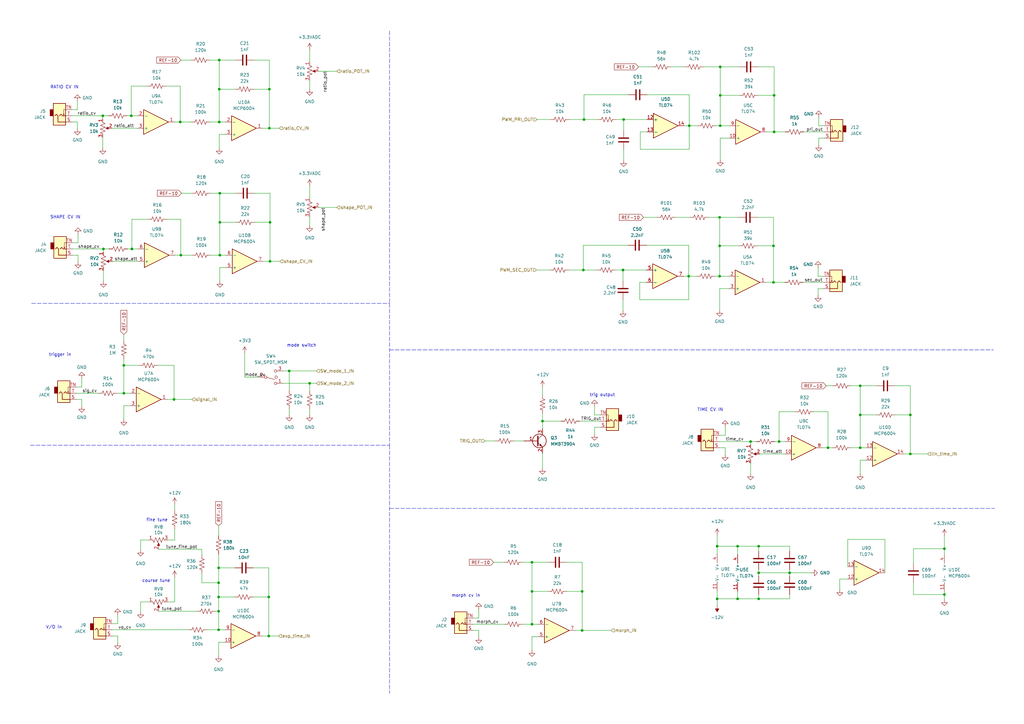
<source format=kicad_sch>
(kicad_sch (version 20231120) (generator "eeschema") (generator_version "8.0")
  (paper "A3")
  (junction (at 339.598 183.642))
  (junction (at 294.132 224.028))
  (junction (at 89.662 250.698))
  (junction (at 311.15 224.028))
  (junction (at 387.35 225.044))
  (junction (at 110.744 107.188))
  (junction (at 352.806 158.242))
  (junction (at 54.102 102.108))
  (junction (at 295.402 27.432))
  (junction (at 311.15 245.618))
  (junction (at 323.85 234.95))
  (junction (at 218.186 256.032))
  (junction (at 255.778 49.022))
  (junction (at 282.448 113.284))
  (junction (at 90.17 91.186))
  (junction (at 89.662 258.318))
  (junction (at 74.168 104.648))
  (junction (at 42.164 47.498))
  (junction (at 110.49 36.576))
  (junction (at 311.15 234.95))
  (junction (at 239.268 110.744))
  (junction (at 218.186 230.632))
  (junction (at 110.236 260.858))
  (junction (at 238.76 242.57))
  (junction (at 89.916 24.638))
  (junction (at 317.5 54.102))
  (junction (at 118.618 152.146))
  (junction (at 387.35 243.84))
  (junction (at 317.5 39.116))
  (junction (at 89.662 232.918))
  (junction (at 89.662 239.014))
  (junction (at 110.744 91.186))
  (junction (at 42.418 102.108))
  (junction (at 218.186 242.57))
  (junction (at 295.148 100.838))
  (junction (at 71.374 163.83))
  (junction (at 50.8 161.29))
  (junction (at 282.702 51.562))
  (junction (at 307.848 181.102))
  (junction (at 50.8 149.86))
  (junction (at 90.17 79.248))
  (junction (at 53.848 47.498))
  (junction (at 295.402 39.116))
  (junction (at 127 157.226))
  (junction (at 352.806 183.642))
  (junction (at 373.38 186.182))
  (junction (at 352.806 170.18))
  (junction (at 90.17 104.648))
  (junction (at 89.662 244.856))
  (junction (at 238.76 258.572))
  (junction (at 110.49 52.578))
  (junction (at 239.522 49.022))
  (junction (at 319.532 181.102))
  (junction (at 89.916 50.038))
  (junction (at 317.246 115.824))
  (junction (at 89.916 36.576))
  (junction (at 373.38 170.18))
  (junction (at 73.914 50.038))
  (junction (at 295.148 113.284))
  (junction (at 302.514 224.028))
  (junction (at 302.514 245.618))
  (junction (at 295.402 51.562))
  (junction (at 294.132 245.618))
  (junction (at 255.524 110.744))
  (junction (at 110.236 244.856))
  (junction (at 317.246 100.838))
  (junction (at 295.148 89.154))
  (junction (at 222.504 172.72))
  (wire (pts (xy 96.52 36.576) (xy 89.916 36.576)))
  (wire (pts (xy 48.006 161.29) (xy 50.8 161.29)))
  (wire (pts (xy 74.422 79.248) (xy 78.74 79.248)))
  (wire (pts (xy 238.76 230.632) (xy 238.76 242.57)))
  (wire (pts (xy 295.148 118.364) (xy 295.148 127.254)))
  (wire (pts (xy 65.024 225.298) (xy 82.804 225.298)))
  (wire (pts (xy 31.75 41.402) (xy 31.75 44.958)))
  (wire (pts (xy 255.524 110.744) (xy 265.176 110.744)))
  (wire (pts (xy 238.76 242.57) (xy 238.76 258.572)))
  (wire (pts (xy 387.35 225.044) (xy 387.35 227.33)))
  (polyline (pts (xy 159.766 182.626) (xy 159.766 284.48)) (stroke (width 0) (type dash)))
  (wire (pts (xy 116.078 157.226) (xy 127 157.226)))
  (wire (pts (xy 246.126 172.72) (xy 237.744 172.72)))
  (wire (pts (xy 194.056 258.572) (xy 196.342 258.572)))
  (wire (pts (xy 89.662 227.33) (xy 89.662 232.918)))
  (wire (pts (xy 52.07 47.498) (xy 53.848 47.498)))
  (wire (pts (xy 127 20.32) (xy 127 25.4)))
  (wire (pts (xy 130.81 29.21) (xy 138.176 29.21)))
  (wire (pts (xy 282.448 122.936) (xy 282.448 113.284)))
  (wire (pts (xy 311.15 243.84) (xy 311.15 245.618)))
  (wire (pts (xy 297.434 175.006) (xy 297.434 178.562)))
  (wire (pts (xy 68.834 246.888) (xy 71.628 246.888)))
  (wire (pts (xy 218.186 256.032) (xy 220.726 256.032)))
  (wire (pts (xy 303.022 89.154) (xy 295.148 89.154)))
  (wire (pts (xy 323.85 224.028) (xy 323.85 226.06)))
  (wire (pts (xy 110.49 36.576) (xy 110.49 52.578)))
  (wire (pts (xy 311.15 233.68) (xy 311.15 234.95)))
  (wire (pts (xy 31.75 50.038) (xy 31.75 52.832)))
  (wire (pts (xy 344.424 237.49) (xy 344.424 241.808)))
  (wire (pts (xy 335.534 118.364) (xy 335.534 121.158)))
  (wire (pts (xy 68.834 221.488) (xy 71.628 221.488)))
  (wire (pts (xy 374.65 238.76) (xy 374.65 243.84)))
  (wire (pts (xy 89.662 258.318) (xy 92.202 258.318)))
  (wire (pts (xy 222.504 172.72) (xy 222.504 175.768)))
  (wire (pts (xy 89.916 50.038) (xy 92.456 50.038)))
  (wire (pts (xy 239.522 49.022) (xy 245.11 49.022)))
  (wire (pts (xy 302.514 224.028) (xy 302.514 227.33)))
  (wire (pts (xy 282.448 113.284) (xy 280.416 113.284)))
  (wire (pts (xy 295.402 27.432) (xy 295.402 39.116)))
  (wire (pts (xy 90.17 104.648) (xy 86.36 104.648)))
  (wire (pts (xy 282.448 113.284) (xy 285.75 113.284)))
  (wire (pts (xy 53.34 166.37) (xy 50.8 166.37)))
  (wire (pts (xy 89.662 244.856) (xy 89.662 239.014)))
  (wire (pts (xy 82.804 225.298) (xy 82.804 227.584)))
  (wire (pts (xy 282.702 51.562) (xy 286.004 51.562)))
  (wire (pts (xy 45.974 260.858) (xy 48.26 260.858)))
  (wire (pts (xy 100.33 144.78) (xy 100.33 154.686)))
  (wire (pts (xy 294.132 224.028) (xy 302.514 224.028)))
  (wire (pts (xy 387.35 243.84) (xy 387.35 245.872)))
  (wire (pts (xy 297.434 183.642) (xy 297.434 186.436)))
  (wire (pts (xy 295.148 89.154) (xy 295.148 100.838)))
  (wire (pts (xy 295.148 113.284) (xy 295.148 100.838)))
  (wire (pts (xy 110.236 260.858) (xy 114.3 260.858)))
  (wire (pts (xy 311.15 224.028) (xy 311.15 226.06)))
  (wire (pts (xy 110.49 52.578) (xy 107.696 52.578)))
  (wire (pts (xy 374.65 243.84) (xy 387.35 243.84)))
  (wire (pts (xy 110.744 91.186) (xy 110.744 107.188)))
  (wire (pts (xy 335.534 109.728) (xy 335.534 113.284)))
  (wire (pts (xy 323.85 234.95) (xy 323.85 236.22)))
  (wire (pts (xy 57.15 149.86) (xy 50.8 149.86)))
  (wire (pts (xy 323.85 243.84) (xy 323.85 245.618)))
  (wire (pts (xy 319.532 181.102) (xy 319.532 168.91)))
  (wire (pts (xy 255.778 49.022) (xy 255.778 53.594)))
  (wire (pts (xy 74.168 104.648) (xy 71.882 104.648)))
  (wire (pts (xy 90.17 79.248) (xy 96.774 79.248)))
  (wire (pts (xy 89.916 36.576) (xy 89.916 24.638)))
  (wire (pts (xy 110.49 24.638) (xy 110.49 36.576)))
  (wire (pts (xy 338.074 56.642) (xy 335.788 56.642)))
  (wire (pts (xy 194.056 256.032) (xy 206.756 256.032)))
  (wire (pts (xy 252.476 110.744) (xy 255.524 110.744)))
  (polyline (pts (xy 159.766 12.7) (xy 159.766 124.46)) (stroke (width 0) (type dash)))
  (wire (pts (xy 222.504 172.72) (xy 230.124 172.72)))
  (wire (pts (xy 42.164 56.388) (xy 42.164 60.706)))
  (wire (pts (xy 110.744 107.188) (xy 114.808 107.188)))
  (wire (pts (xy 127 88.9) (xy 127 92.456)))
  (wire (pts (xy 233.172 110.744) (xy 239.268 110.744)))
  (wire (pts (xy 196.342 249.936) (xy 196.342 253.492)))
  (wire (pts (xy 311.15 234.95) (xy 311.15 236.22)))
  (wire (pts (xy 373.38 186.182) (xy 380.492 186.182)))
  (wire (pts (xy 374.65 225.044) (xy 374.65 231.14)))
  (wire (pts (xy 302.514 242.57) (xy 302.514 245.618)))
  (wire (pts (xy 317.5 39.116) (xy 317.5 27.432)))
  (wire (pts (xy 210.82 180.848) (xy 214.884 180.848)))
  (wire (pts (xy 317.246 115.824) (xy 321.818 115.824)))
  (wire (pts (xy 68.072 35.306) (xy 73.914 35.306)))
  (wire (pts (xy 317.5 54.102) (xy 322.072 54.102)))
  (wire (pts (xy 73.914 35.306) (xy 73.914 50.038)))
  (wire (pts (xy 311.15 245.618) (xy 323.85 245.618)))
  (wire (pts (xy 338.836 158.242) (xy 341.376 158.242)))
  (wire (pts (xy 71.628 236.728) (xy 71.628 246.888)))
  (wire (pts (xy 110.744 79.248) (xy 110.744 91.186)))
  (wire (pts (xy 239.268 100.584) (xy 239.268 110.744)))
  (wire (pts (xy 53.848 35.306) (xy 60.452 35.306)))
  (wire (pts (xy 243.84 175.26) (xy 243.84 178.054)))
  (wire (pts (xy 387.35 219.71) (xy 387.35 225.044)))
  (wire (pts (xy 110.236 260.858) (xy 107.442 260.858)))
  (polyline (pts (xy 159.766 208.534) (xy 407.924 208.534)) (stroke (width 0) (type dash)))
  (wire (pts (xy 224.79 242.57) (xy 218.186 242.57)))
  (wire (pts (xy 127 76.2) (xy 127 81.28)))
  (wire (pts (xy 33.528 163.83) (xy 33.528 166.624)))
  (wire (pts (xy 31.242 161.29) (xy 40.386 161.29)))
  (wire (pts (xy 92.202 263.398) (xy 89.662 263.398)))
  (wire (pts (xy 74.168 24.638) (xy 78.486 24.638)))
  (wire (pts (xy 32.004 104.648) (xy 32.004 107.442)))
  (wire (pts (xy 333.756 168.91) (xy 339.598 168.91)))
  (wire (pts (xy 45.974 255.778) (xy 48.26 255.778)))
  (wire (pts (xy 255.778 61.214) (xy 255.778 65.786)))
  (wire (pts (xy 232.41 230.632) (xy 238.76 230.632)))
  (wire (pts (xy 239.268 110.744) (xy 244.856 110.744)))
  (wire (pts (xy 255.524 122.936) (xy 255.524 127.508)))
  (wire (pts (xy 90.17 91.186) (xy 90.17 104.648)))
  (wire (pts (xy 297.434 178.562) (xy 295.148 178.562)))
  (wire (pts (xy 54.102 89.916) (xy 60.706 89.916)))
  (wire (pts (xy 110.49 52.578) (xy 114.554 52.578)))
  (wire (pts (xy 198.882 180.848) (xy 203.2 180.848)))
  (wire (pts (xy 317.5 54.102) (xy 314.452 54.102)))
  (wire (pts (xy 103.886 244.856) (xy 110.236 244.856)))
  (wire (pts (xy 303.276 27.432) (xy 295.402 27.432)))
  (wire (pts (xy 118.618 152.146) (xy 118.618 160.02)))
  (wire (pts (xy 243.84 170.18) (xy 246.126 170.18)))
  (wire (pts (xy 347.726 221.234) (xy 362.966 221.234)))
  (wire (pts (xy 232.41 242.57) (xy 238.76 242.57)))
  (wire (pts (xy 352.806 188.722) (xy 352.806 194.31)))
  (wire (pts (xy 323.85 233.68) (xy 323.85 234.95)))
  (wire (pts (xy 347.726 237.49) (xy 344.424 237.49)))
  (wire (pts (xy 82.804 235.204) (xy 82.804 239.014)))
  (wire (pts (xy 338.074 54.102) (xy 329.692 54.102)))
  (wire (pts (xy 92.71 109.728) (xy 90.17 109.728)))
  (wire (pts (xy 89.916 24.638) (xy 96.52 24.638)))
  (wire (pts (xy 31.242 163.83) (xy 33.528 163.83)))
  (wire (pts (xy 218.186 261.112) (xy 218.186 266.7)))
  (wire (pts (xy 48.26 252.222) (xy 48.26 255.778)))
  (polyline (pts (xy 12.446 182.626) (xy 159.766 182.626)) (stroke (width 0) (type dash)))
  (wire (pts (xy 362.966 221.234) (xy 362.966 234.95)))
  (wire (pts (xy 71.374 149.86) (xy 71.374 163.83)))
  (wire (pts (xy 202.438 230.632) (xy 206.756 230.632)))
  (wire (pts (xy 295.402 56.642) (xy 295.402 65.532)))
  (wire (pts (xy 33.528 158.75) (xy 31.242 158.75)))
  (wire (pts (xy 92.456 55.118) (xy 89.916 55.118)))
  (wire (pts (xy 222.504 185.928) (xy 222.504 192.024)))
  (wire (pts (xy 294.132 245.618) (xy 302.514 245.618)))
  (wire (pts (xy 317.5 27.432) (xy 310.896 27.432)))
  (wire (pts (xy 118.618 167.64) (xy 118.618 170.18)))
  (wire (pts (xy 233.426 49.022) (xy 239.522 49.022)))
  (wire (pts (xy 88.392 250.698) (xy 89.662 250.698)))
  (wire (pts (xy 219.964 110.744) (xy 225.552 110.744)))
  (wire (pts (xy 302.514 245.618) (xy 311.15 245.618)))
  (wire (pts (xy 89.662 215.646) (xy 89.662 219.71)))
  (wire (pts (xy 68.58 163.83) (xy 71.374 163.83)))
  (wire (pts (xy 387.35 225.044) (xy 374.65 225.044)))
  (wire (pts (xy 90.17 91.186) (xy 90.17 79.248)))
  (wire (pts (xy 373.38 170.18) (xy 373.38 186.182)))
  (wire (pts (xy 96.774 91.186) (xy 90.17 91.186)))
  (wire (pts (xy 71.628 216.916) (xy 71.628 221.488)))
  (wire (pts (xy 243.84 166.624) (xy 243.84 170.18)))
  (wire (pts (xy 89.662 239.014) (xy 89.662 232.918)))
  (wire (pts (xy 317.246 100.838) (xy 317.246 89.154)))
  (wire (pts (xy 255.524 110.744) (xy 255.524 115.316)))
  (wire (pts (xy 265.43 54.102) (xy 262.636 54.102)))
  (wire (pts (xy 218.186 230.632) (xy 224.79 230.632)))
  (wire (pts (xy 373.38 186.182) (xy 370.586 186.182)))
  (wire (pts (xy 44.704 102.108) (xy 42.418 102.108)))
  (wire (pts (xy 335.788 51.562) (xy 338.074 51.562)))
  (wire (pts (xy 90.17 104.648) (xy 92.71 104.648)))
  (wire (pts (xy 319.532 168.91) (xy 326.136 168.91)))
  (wire (pts (xy 263.906 89.154) (xy 269.494 89.154)))
  (wire (pts (xy 295.148 181.102) (xy 307.848 181.102)))
  (wire (pts (xy 57.658 221.488) (xy 61.214 221.488)))
  (wire (pts (xy 335.788 48.006) (xy 335.788 51.562)))
  (wire (pts (xy 337.82 115.824) (xy 329.438 115.824)))
  (wire (pts (xy 282.702 51.562) (xy 282.702 38.862)))
  (wire (pts (xy 261.874 27.432) (xy 267.462 27.432)))
  (wire (pts (xy 44.45 47.498) (xy 42.164 47.498)))
  (wire (pts (xy 82.804 239.014) (xy 89.662 239.014)))
  (polyline (pts (xy 159.766 143.51) (xy 407.416 143.51)) (stroke (width 0) (type dash)))
  (wire (pts (xy 348.996 158.242) (xy 352.806 158.242)))
  (wire (pts (xy 262.636 54.102) (xy 262.636 61.214)))
  (wire (pts (xy 218.186 256.032) (xy 214.376 256.032)))
  (wire (pts (xy 29.464 50.038) (xy 31.75 50.038)))
  (wire (pts (xy 104.14 24.638) (xy 110.49 24.638)))
  (wire (pts (xy 255.778 49.022) (xy 265.43 49.022)))
  (wire (pts (xy 238.76 258.572) (xy 235.966 258.572)))
  (wire (pts (xy 295.402 51.562) (xy 299.212 51.562)))
  (wire (pts (xy 352.806 183.642) (xy 355.346 183.642)))
  (wire (pts (xy 222.504 169.672) (xy 222.504 172.72)))
  (wire (pts (xy 282.702 38.862) (xy 265.43 38.862)))
  (wire (pts (xy 31.75 44.958) (xy 29.464 44.958)))
  (wire (pts (xy 42.418 102.108) (xy 42.418 103.378)))
  (wire (pts (xy 294.132 242.316) (xy 294.132 245.618)))
  (wire (pts (xy 387.35 242.57) (xy 387.35 243.84)))
  (wire (pts (xy 73.914 50.038) (xy 71.628 50.038)))
  (wire (pts (xy 294.132 224.028) (xy 294.132 227.076)))
  (wire (pts (xy 355.346 188.722) (xy 352.806 188.722)))
  (wire (pts (xy 103.886 232.918) (xy 110.236 232.918)))
  (wire (pts (xy 118.618 152.146) (xy 129.794 152.146)))
  (wire (pts (xy 257.81 38.862) (xy 239.522 38.862)))
  (wire (pts (xy 89.662 250.698) (xy 89.662 258.318)))
  (wire (pts (xy 110.236 244.856) (xy 110.236 260.858)))
  (wire (pts (xy 57.658 225.552) (xy 57.658 221.488)))
  (wire (pts (xy 335.788 56.642) (xy 335.788 59.436)))
  (wire (pts (xy 319.532 181.102) (xy 322.072 181.102)))
  (wire (pts (xy 218.186 242.57) (xy 218.186 256.032)))
  (wire (pts (xy 29.464 47.498) (xy 42.164 47.498)))
  (wire (pts (xy 74.168 104.648) (xy 78.74 104.648)))
  (wire (pts (xy 50.8 147.32) (xy 50.8 149.86)))
  (wire (pts (xy 295.402 51.562) (xy 295.402 39.116)))
  (wire (pts (xy 307.848 181.102) (xy 307.848 182.372)))
  (wire (pts (xy 42.164 47.498) (xy 42.164 48.768)))
  (wire (pts (xy 54.102 102.108) (xy 56.642 102.108)))
  (wire (pts (xy 57.658 246.888) (xy 61.214 246.888)))
  (wire (pts (xy 294.132 219.456) (xy 294.132 224.028)))
  (wire (pts (xy 220.218 49.022) (xy 225.806 49.022)))
  (wire (pts (xy 294.132 245.618) (xy 294.132 248.412)))
  (wire (pts (xy 323.85 234.95) (xy 332.74 234.95)))
  (wire (pts (xy 100.33 154.686) (xy 105.918 154.686)))
  (wire (pts (xy 64.77 149.86) (xy 71.374 149.86)))
  (wire (pts (xy 104.394 79.248) (xy 110.744 79.248)))
  (wire (pts (xy 282.448 113.284) (xy 282.448 100.584)))
  (wire (pts (xy 50.8 137.16) (xy 50.8 139.7)))
  (wire (pts (xy 116.078 152.146) (xy 118.618 152.146)))
  (wire (pts (xy 257.556 100.584) (xy 239.268 100.584)))
  (wire (pts (xy 73.914 50.038) (xy 78.486 50.038)))
  (wire (pts (xy 288.544 27.432) (xy 295.402 27.432)))
  (wire (pts (xy 317.246 100.838) (xy 317.246 115.824)))
  (wire (pts (xy 46.228 107.188) (xy 56.642 107.188)))
  (wire (pts (xy 45.974 52.578) (xy 56.388 52.578)))
  (wire (pts (xy 277.114 89.154) (xy 282.956 89.154)))
  (wire (pts (xy 127 33.02) (xy 127 36.576)))
  (wire (pts (xy 311.658 186.182) (xy 322.072 186.182)))
  (wire (pts (xy 29.718 104.648) (xy 32.004 104.648)))
  (wire (pts (xy 196.342 258.572) (xy 196.342 261.366)))
  (wire (pts (xy 42.418 110.998) (xy 42.418 115.316)))
  (wire (pts (xy 32.004 99.568) (xy 29.718 99.568)))
  (wire (pts (xy 265.176 115.824) (xy 262.382 115.824)))
  (wire (pts (xy 352.806 170.18) (xy 352.806 183.642)))
  (wire (pts (xy 130.81 85.09) (xy 138.176 85.09)))
  (wire (pts (xy 32.004 96.012) (xy 32.004 99.568)))
  (wire (pts (xy 299.212 56.642) (xy 295.402 56.642)))
  (wire (pts (xy 65.024 250.698) (xy 80.772 250.698)))
  (wire (pts (xy 339.598 183.642) (xy 337.312 183.642)))
  (wire (pts (xy 352.806 170.18) (xy 352.806 158.242)))
  (wire (pts (xy 293.624 51.562) (xy 295.402 51.562)))
  (wire (pts (xy 196.342 253.492) (xy 194.056 253.492)))
  (wire (pts (xy 282.702 61.214) (xy 282.702 51.562)))
  (wire (pts (xy 295.148 100.838) (xy 303.022 100.838)))
  (wire (pts (xy 90.17 109.728) (xy 90.17 115.316)))
  (wire (pts (xy 337.82 118.364) (xy 335.534 118.364)))
  (wire (pts (xy 54.102 102.108) (xy 54.102 89.916)))
  (wire (pts (xy 298.958 118.364) (xy 295.148 118.364)))
  (wire (pts (xy 317.5 39.116) (xy 317.5 54.102)))
  (wire (pts (xy 89.916 50.038) (xy 86.106 50.038)))
  (wire (pts (xy 89.662 232.918) (xy 96.266 232.918)))
  (wire (pts (xy 295.402 39.116) (xy 303.276 39.116)))
  (wire (pts (xy 367.03 170.18) (xy 373.38 170.18)))
  (polyline (pts (xy 159.766 124.46) (xy 159.766 182.626)) (stroke (width 0) (type dash)))
  (wire (pts (xy 239.522 38.862) (xy 239.522 49.022)))
  (wire (pts (xy 317.754 181.102) (xy 319.532 181.102)))
  (wire (pts (xy 127 167.894) (xy 127 170.18)))
  (wire (pts (xy 352.806 183.642) (xy 348.996 183.642)))
  (wire (pts (xy 53.848 47.498) (xy 53.848 35.306)))
  (wire (pts (xy 311.15 224.028) (xy 323.85 224.028)))
  (polyline (pts (xy 12.954 124.46) (xy 159.766 124.46)) (stroke (width 0) (type dash)))
  (wire (pts (xy 220.726 261.112) (xy 218.186 261.112)))
  (wire (pts (xy 339.598 168.91) (xy 339.598 183.642)))
  (wire (pts (xy 89.916 36.576) (xy 89.916 50.038)))
  (wire (pts (xy 311.15 234.95) (xy 323.85 234.95)))
  (wire (pts (xy 282.448 100.584) (xy 265.176 100.584)))
  (wire (pts (xy 33.528 155.194) (xy 33.528 158.75)))
  (wire (pts (xy 307.848 189.992) (xy 307.848 194.31)))
  (wire (pts (xy 57.658 250.952) (xy 57.658 246.888)))
  (wire (pts (xy 84.836 258.318) (xy 89.662 258.318)))
  (wire (pts (xy 29.718 102.108) (xy 42.418 102.108)))
  (wire (pts (xy 310.134 181.102) (xy 307.848 181.102)))
  (wire (pts (xy 89.662 244.856) (xy 89.662 250.698)))
  (wire (pts (xy 110.744 107.188) (xy 107.95 107.188)))
  (wire (pts (xy 262.382 122.936) (xy 282.448 122.936)))
  (wire (pts (xy 68.326 89.916) (xy 74.168 89.916)))
  (wire (pts (xy 127 157.226) (xy 127 160.274)))
  (wire (pts (xy 252.73 49.022) (xy 255.778 49.022)))
  (wire (pts (xy 295.148 183.642) (xy 297.434 183.642)))
  (wire (pts (xy 86.106 24.638) (xy 89.916 24.638)))
  (wire (pts (xy 50.8 149.86) (xy 50.8 161.29)))
  (wire (pts (xy 295.148 113.284) (xy 298.958 113.284)))
  (wire (pts (xy 262.382 115.824) (xy 262.382 122.936)))
  (wire (pts (xy 96.266 244.856) (xy 89.662 244.856)))
  (wire (pts (xy 238.76 258.572) (xy 250.698 258.572)))
  (wire (pts (xy 86.36 79.248) (xy 90.17 79.248)))
  (wire (pts (xy 335.534 113.284) (xy 337.82 113.284)))
  (wire (pts (xy 89.662 263.398) (xy 89.662 268.986)))
  (wire (pts (xy 71.374 163.83) (xy 78.74 163.83)))
  (wire (pts (xy 317.246 115.824) (xy 314.198 115.824)))
  (wire (pts (xy 214.376 230.632) (xy 218.186 230.632)))
  (wire (pts (xy 282.702 51.562) (xy 280.67 51.562)))
  (wire (pts (xy 110.236 232.918) (xy 110.236 244.856)))
  (wire (pts (xy 359.41 170.18) (xy 352.806 170.18)))
  (wire (pts (xy 89.916 55.118) (xy 89.916 60.706)))
  (wire (pts (xy 53.848 47.498) (xy 56.388 47.498)))
  (wire (pts (xy 290.576 89.154) (xy 295.148 89.154)))
  (wire (pts (xy 262.636 61.214) (xy 282.702 61.214)))
  (wire (pts (xy 275.082 27.432) (xy 280.924 27.432)))
  (wire (pts (xy 50.8 166.37) (xy 50.8 171.958)))
  (wire (pts (xy 246.126 175.26) (xy 243.84 175.26)))
  (wire (pts (xy 310.896 39.116) (xy 317.5 39.116)))
  (wire (pts (xy 104.14 36.576) (xy 110.49 36.576)))
  (wire (pts (xy 373.38 158.242) (xy 373.38 170.18)))
  (wire (pts (xy 52.324 102.108) (xy 54.102 102.108)))
  (wire (pts (xy 302.514 224.028) (xy 311.15 224.028)))
  (wire (pts (xy 317.246 89.154) (xy 310.642 89.154)))
  (wire (pts (xy 352.806 158.242) (xy 359.41 158.242)))
  (wire (pts (xy 293.37 113.284) (xy 295.148 113.284)))
  (wire (pts (xy 367.03 158.242) (xy 373.38 158.242)))
  (wire (pts (xy 339.598 183.642) (xy 341.376 183.642)))
  (wire (pts (xy 347.726 232.41) (xy 347.726 221.234)))
  (wire (pts (xy 127 157.226) (xy 129.794 157.226)))
  (wire (pts (xy 50.8 161.29) (xy 53.34 161.29)))
  (wire (pts (xy 104.394 91.186) (xy 110.744 91.186)))
  (wire (pts (xy 74.168 89.916) (xy 74.168 104.648)))
  (wire (pts (xy 45.974 258.318) (xy 77.216 258.318)))
  (wire (pts (xy 218.186 242.57) (xy 218.186 230.632)))
  (wire (pts (xy 71.628 206.756) (xy 71.628 209.296)))
  (wire (pts (xy 310.642 100.838) (xy 317.246 100.838)))
  (wire (pts (xy 48.26 260.858) (xy 48.26 263.652)))
  (wire (pts (xy 222.504 158.75) (xy 222.504 162.052)))
  (text "course tune" (at 69.85 239.014 0) (effects (font (size 1.27 1.27)) (justify right bottom)))
  (text "morph cv in" (at 185.166 245.11 0) (effects (font (size 1.27 1.27)) (justify left bottom)))
  (text "trig output" (at 241.808 162.814 0) (effects (font (size 1.27 1.27)) (justify left bottom)))
  (text "SHAPE CV IN" (at 20.574 89.916 0) (effects (font (size 1.27 1.27)) (justify left bottom)))
  (text "V/O in" (at 18.796 258.064 0) (effects (font (size 1.27 1.27)) (justify left bottom)))
  (text "fine tune" (at 68.834 214.122 0) (effects (font (size 1.27 1.27)) (justify right bottom)))
  (text "RATIO CV IN" (at 20.574 36.576 0) (effects (font (size 1.27 1.27)) (justify left bottom)))
  (text "mode switch" (at 117.602 142.494 0) (effects (font (size 1.27 1.27)) (justify left bottom)))
  (text "TIME CV IN\n" (at 286.004 168.91 0) (effects (font (size 1.27 1.27)) (justify left bottom)))
  (text "trigger in" (at 20.066 146.304 0) (effects (font (size 1.27 1.27)) (justify left bottom)))
  (label "shape_att" (at 46.99 107.188 0))
  (label "morph_cv" (at 195.326 256.032 0))
  (label "shape_cv" (at 32.004 102.108 0))
  (label "time_cv" (at 297.688 181.102 0))
  (label "time_att" (at 312.928 186.182 0))
  (label "ratio_pot" (at 134.366 29.21 270))
  (label "TRIG_out" (at 238.252 172.72 0))
  (label "ratio_att" (at 46.736 52.578 0))
  (label "sec_out" (at 329.946 115.824 0))
  (label "vo_cv" (at 48.514 258.318 0))
  (label "sig_cv" (at 33.782 161.29 0))
  (label "mode_sw" (at 100.33 154.686 0))
  (label "ratio_cv" (at 31.75 47.498 0))
  (label "tune_fine_pot" (at 68.072 225.298 0))
  (label "tune_pot" (at 66.294 250.698 0))
  (label "shape_pot" (at 133.604 85.09 270))
  (label "pri_out" (at 330.708 54.102 0))
  (global_label "REF-10" (shape input) (at 74.422 79.248 180) (property "Intersheetrefs" "${INTERSHEET_REFS}" (effects (hide yes))))
  (global_label "REF-10" (shape input) (at 202.438 230.632 180) (property "Intersheetrefs" "${INTERSHEET_REFS}" (effects (hide yes))))
  (global_label "REF-10" (shape input) (at 89.662 215.646 90) (property "Intersheetrefs" "${INTERSHEET_REFS}" (effects (hide yes))))
  (global_label "REF-10" (shape input) (at 261.874 27.432 180) (property "Intersheetrefs" "${INTERSHEET_REFS}" (effects (hide yes))))
  (global_label "REF-10" (shape input) (at 50.8 137.16 90) (property "Intersheetrefs" "${INTERSHEET_REFS}" (effects (hide yes))))
  (global_label "REF-10" (shape input) (at 263.906 89.154 180) (property "Intersheetrefs" "${INTERSHEET_REFS}" (effects (hide yes))))
  (global_label "REF-10" (shape input) (at 74.168 24.638 180) (property "Intersheetrefs" "${INTERSHEET_REFS}" (effects (hide yes))))
  (global_label "REF-10" (shape input) (at 338.836 158.242 180) (property "Intersheetrefs" "${INTERSHEET_REFS}" (effects (hide yes))))
  (hierarchical_label "shape_CV_IN" (shape input) (at 114.808 107.188 0))
  (hierarchical_label "SW_mode_1_IN" (shape input) (at 129.794 152.146 0))
  (hierarchical_label "PWM_SEC_OUT" (shape input) (at 219.964 110.744 180))
  (hierarchical_label "ratio_POT_IN" (shape input) (at 138.176 29.21 0))
  (hierarchical_label "TRIG_OUT" (shape input) (at 198.882 180.848 180))
  (hierarchical_label "ratio_CV_IN" (shape input) (at 114.554 52.578 0))
  (hierarchical_label "signal_IN" (shape input) (at 78.74 163.83 0))
  (hierarchical_label "morph_IN" (shape input) (at 250.698 258.572 0))
  (hierarchical_label "PWM_PRI_OUT" (shape input) (at 220.218 49.022 180))
  (hierarchical_label "exp_time_IN" (shape input) (at 114.3 260.858 0))
  (hierarchical_label "lin_time_IN" (shape input) (at 380.492 186.182 0))
  (hierarchical_label "SW_mode_2_IN" (shape input) (at 129.794 157.226 0))
  (hierarchical_label "shape_POT_IN" (shape input) (at 138.176 85.09 0))
  (symbol (lib_id "power:GND") (at 127 170.18 0) (unit 1)
    (property "Reference" "#PWR051" (effects (hide yes)))
    (property "Value" "GND" (at 127 175.26 0))
    (instances (project "dsug_cctv_BOARD" (path "" (reference "#PWR051") (unit 1)) (path "" (reference "#PWR080") (unit 1))))
  )
  (symbol (lib_id "Device:R_US") (at 286.766 89.154 90) (unit 1)
    (property "Reference" "R103" (at 286.766 83.312 90))
    (property "Value" "4.7k" (at 286.766 85.852 90))
    (property "Footprint" "Resistor_SMD:R_0603_1608Metric" (effects (hide yes)))
    (instances (project "dsug_cctv_BOARD" (path "" (reference "R103") (unit 1)) (path "" (reference "R85") (unit 1))))
  )
  (symbol (lib_id "power:+3.3VADC") (at 127 76.2 0) (mirror y) (unit 1)
    (property "Reference" "#PWR0194" (effects (hide yes)))
    (property "Value" "+3.3VADC" (at 127 71.12 0))
    (property "Description" "Power symbol creates a global label with name \"+3.3VADC\"" (effects (hide yes)))
    (instances (project "dsug_cctv_BOARD" (path "" (reference "#PWR0194") (unit 1)) (path "" (reference "#PWR0195") (unit 1))))
  )
  (symbol (lib_id "Device:R_Potentiometer_US") (at 65.024 246.888 90) (mirror x) (unit 1)
    (property "Reference" "RV9" (at 65.024 241.554 90))
    (property "Value" "10k" (at 65.024 243.84 90))
    (property "Footprint" "benjiaomodular:Potentiometer_RV09_6mm_knob" (effects (hide yes)))
    (instances (project "dsug_cctv_BOARD" (path "" (reference "RV9") (unit 1)) (path "" (reference "RV11") (unit 1))))
  )
  (symbol (lib_id "Switch:SW_SPDT_MSM") (at 110.998 154.686 0) (mirror x) (unit 1)
    (property "Reference" "SW4" (at 111.125 146.05 0))
    (property "Value" "SW_SPDT_MSM" (at 111.125 148.59 0))
    (property "Footprint" "benjiaomodular:SPDT_P2.54mm_Vertical" (effects (hide yes)))
    (instances (project "dsug_cctv_BOARD" (path "" (reference "SW4") (unit 1)) (path "" (reference "SW5") (unit 1))))
  )
  (symbol (lib_id "Device:R_US") (at 363.22 170.18 90) (unit 1)
    (property "Reference" "R29" (at 363.22 164.338 90))
    (property "Value" "22k" (at 363.22 166.878 90))
    (property "Footprint" "Resistor_SMD:R_0603_1608Metric" (effects (hide yes)))
    (instances (project "dsug_cctv_BOARD" (path "" (reference "R29") (unit 1)) (path "" (reference "R97") (unit 1))))
  )
  (symbol (lib_id "Amplifier_Operational:TL074") (at 329.692 183.642 0) (mirror x) (unit 3)
    (property "Reference" "U9" (at 329.692 172.72 0))
    (property "Value" "TL074" (at 329.692 175.26 0))
    (property "Footprint" "Package_SO:SOIC-14_3.9x8.7mm_P1.27mm" (effects (hide yes)))
    (property "Datasheet" "http://www.ti.com/lit/ds/symlink/tl071.pdf" (effects (hide yes)))
    (instances (project "dsug_cctv_BOARD" (path "" (reference "U9") (unit 3)) (path "" (reference "U12") (unit 3))))
  )
  (symbol (lib_id "power:GND") (at 352.806 194.31 0) (unit 1)
    (property "Reference" "#PWR046" (effects (hide yes)))
    (property "Value" "GND" (at 352.806 199.898 0))
    (instances (project "dsug_cctv_BOARD" (path "" (reference "#PWR046") (unit 1)) (path "" (reference "#PWR0147") (unit 1))))
  )
  (symbol (lib_id "Device:R_US") (at 48.514 102.108 90) (unit 1)
    (property "Reference" "R12" (at 48.514 96.266 90))
    (property "Value" "10k" (at 48.514 98.806 90))
    (property "Footprint" "Resistor_SMD:R_0603_1608Metric" (effects (hide yes)))
    (instances (project "dsug_cctv_BOARD" (path "" (reference "R12") (unit 1)) (path "" (reference "R41") (unit 1))))
  )
  (symbol (lib_id "Device:R_US") (at 229.362 110.744 90) (unit 1)
    (property "Reference" "R42" (at 229.362 104.902 90))
    (property "Value" "10k" (at 229.362 107.442 90))
    (property "Footprint" "Resistor_SMD:R_0603_1608Metric" (effects (hide yes)))
    (instances (project "dsug_cctv_BOARD" (path "" (reference "R42") (unit 1)) (path "" (reference "R77") (unit 1))))
  )
  (symbol (lib_id "Connector:AudioJack2_SwitchT") (at 26.162 161.29 0) (mirror x) (unit 1)
    (property "Reference" "J6" (at 20.574 159.3849 0) (effects (justify right)))
    (property "Value" "JACK" (at 20.574 161.9249 0) (effects (justify right)))
    (property "Footprint" "benjiaomodular:AudioJack_3.5mm_with_drawing" (effects (hide yes)))
    (instances (project "dsug_cctv_BOARD" (path "" (reference "J6") (unit 1)) (path "" (reference "J14") (unit 1))))
  )
  (symbol (lib_id "Device:C") (at 261.366 100.584 90) (unit 1)
    (property "Reference" "C50" (at 261.366 93.98 90))
    (property "Value" "2.2nF" (at 261.366 96.52 90))
    (property "Footprint" "Capacitor_SMD:C_0603_1608Metric" (effects (hide yes)))
    (instances (project "dsug_cctv_BOARD" (path "" (reference "C50") (unit 1)) (path "" (reference "C33") (unit 1))))
  )
  (symbol (lib_id "power:GND") (at 50.8 171.958 0) (unit 1)
    (property "Reference" "#PWR026" (effects (hide yes)))
    (property "Value" "GND" (at 50.8 177.546 0))
    (instances (project "dsug_cctv_BOARD" (path "" (reference "#PWR026") (unit 1)) (path "" (reference "#PWR066") (unit 1))))
  )
  (symbol (lib_id "Device:R_US") (at 228.6 242.57 90) (unit 1)
    (property "Reference" "R7" (at 228.6 236.728 90))
    (property "Value" "22k" (at 228.6 239.268 90))
    (property "Footprint" "Resistor_SMD:R_0603_1608Metric" (effects (hide yes)))
    (instances (project "dsug_cctv_BOARD" (path "" (reference "R7") (unit 1)) (path "" (reference "R76") (unit 1))))
  )
  (symbol (lib_id "power:GND") (at 196.342 249.936 180) (unit 1)
    (property "Reference" "#PWR024" (effects (hide yes)))
    (property "Value" "GND" (at 198.374 248.6659 0) (effects (justify right)))
    (instances (project "dsug_cctv_BOARD" (path "" (reference "#PWR024") (unit 1)) (path "" (reference "#PWR081") (unit 1))))
  )
  (symbol (lib_id "power:GND") (at 255.524 127.508 0) (unit 1)
    (property "Reference" "#PWR0167" (effects (hide yes)))
    (property "Value" "GND" (at 255.524 132.08 0))
    (instances (project "dsug_cctv_BOARD" (path "" (reference "#PWR0167") (unit 1)) (path "" (reference "#PWR0132") (unit 1))))
  )
  (symbol (lib_id "Device:R_US") (at 207.01 180.848 90) (unit 1)
    (property "Reference" "R15" (at 207.01 174.752 90))
    (property "Value" "100k" (at 207.01 177.292 90))
    (property "Footprint" "Resistor_SMD:R_0603_1608Metric" (effects (hide yes)))
    (instances (project "dsug_cctv_BOARD" (path "" (reference "R15") (unit 1)) (path "" (reference "R72") (unit 1))))
  )
  (symbol (lib_id "Device:R_US") (at 82.804 231.394 0) (unit 1)
    (property "Reference" "R36" (at 76.454 230.124 0) (effects (justify left)))
    (property "Value" "120k" (at 76.454 232.664 0) (effects (justify left)))
    (property "Footprint" "Resistor_SMD:R_0603_1608Metric" (effects (hide yes)))
    (instances (project "dsug_cctv_BOARD" (path "" (reference "R36") (unit 1)) (path "" (reference "R64") (unit 1))))
  )
  (symbol (lib_id "Device:C") (at 311.15 229.87 0) (unit 1)
    (property "Reference" "C17" (at 314.452 228.5999 0) (effects (justify left)))
    (property "Value" "100nF" (at 314.452 231.1399 0) (effects (justify left)))
    (property "Footprint" "Capacitor_SMD:C_0603_1608Metric" (effects (hide yes)))
    (instances (project "dsug_cctv_BOARD" (path "" (reference "C17") (unit 1)) (path "" (reference "C37") (unit 1))))
  )
  (symbol (lib_id "power:GND") (at 33.528 155.194 180) (unit 1)
    (property "Reference" "#PWR041" (effects (hide yes)))
    (property "Value" "GND" (at 31.496 150.622 0) (effects (justify right)))
    (instances (project "dsug_cctv_BOARD" (path "" (reference "#PWR041") (unit 1)) (path "" (reference "#PWR060") (unit 1))))
  )
  (symbol (lib_id "Device:R_US") (at 345.186 158.242 90) (unit 1)
    (property "Reference" "R27" (at 345.186 151.638 90))
    (property "Value" "120k" (at 345.186 154.178 90))
    (property "Footprint" "Resistor_SMD:R_0603_1608Metric" (effects (hide yes)))
    (instances (project "dsug_cctv_BOARD" (path "" (reference "R27") (unit 1)) (path "" (reference "R95") (unit 1))))
  )
  (symbol (lib_id "power:GND") (at 89.916 60.706 0) (unit 1)
    (property "Reference" "#PWR049" (effects (hide yes)))
    (property "Value" "GND" (at 89.916 66.294 0))
    (instances (project "dsug_cctv_BOARD" (path "" (reference "#PWR049") (unit 1)) (path "" (reference "#PWR072") (unit 1))))
  )
  (symbol (lib_id "Device:C") (at 374.65 234.95 0) (unit 1)
    (property "Reference" "C69" (at 377.952 233.6799 0) (effects (justify left)))
    (property "Value" "100nF" (at 377.952 236.2199 0) (effects (justify left)))
    (property "Footprint" "Capacitor_SMD:C_0603_1608Metric" (effects (hide yes)))
    (instances (project "dsug_cctv_BOARD" (path "" (reference "C69") (unit 1)) (path "" (reference "C42") (unit 1))))
  )
  (symbol (lib_id "power:GND") (at 255.778 65.786 0) (unit 1)
    (property "Reference" "#PWR0168" (effects (hide yes)))
    (property "Value" "GND" (at 255.778 70.358 0))
    (instances (project "dsug_cctv_BOARD" (path "" (reference "#PWR0168") (unit 1)) (path "" (reference "#PWR0133") (unit 1))))
  )
  (symbol (lib_id "power:GND") (at 295.402 65.532 0) (unit 1)
    (property "Reference" "#PWR0170" (effects (hide yes)))
    (property "Value" "GND" (at 295.402 70.104 0))
    (instances (project "dsug_cctv_BOARD" (path "" (reference "#PWR0170") (unit 1)) (path "" (reference "#PWR0137") (unit 1))))
  )
  (symbol (lib_id "Device:R_US") (at 210.566 230.632 90) (unit 1)
    (property "Reference" "R5" (at 210.566 224.028 90))
    (property "Value" "120k" (at 210.566 226.568 90))
    (property "Footprint" "Resistor_SMD:R_0603_1608Metric" (effects (hide yes)))
    (instances (project "dsug_cctv_BOARD" (path "" (reference "R5") (unit 1)) (path "" (reference "R73") (unit 1))))
  )
  (symbol (lib_id "power:+12V") (at 71.628 206.756 0) (unit 1)
    (property "Reference" "#PWR0181" (effects (hide yes)))
    (property "Value" "+12V" (at 71.628 202.184 0))
    (instances (project "dsug_cctv_BOARD" (path "" (reference "#PWR0181") (unit 1)) (path "" (reference "#PWR069") (unit 1))))
  )
  (symbol (lib_id "power:GND") (at 42.418 115.316 0) (unit 1)
    (property "Reference" "#PWR043" (effects (hide yes)))
    (property "Value" "GND" (at 42.418 120.904 0))
    (instances (project "dsug_cctv_BOARD" (path "" (reference "#PWR043") (unit 1)) (path "" (reference "#PWR063") (unit 1))))
  )
  (symbol (lib_id "Amplifier_Operational:MCP6004") (at 389.89 234.95 0) (unit 5)
    (property "Reference" "U10" (at 388.874 233.6799 0) (effects (justify left)))
    (property "Value" "MCP6004" (at 388.874 236.2199 0) (effects (justify left)))
    (property "Footprint" "Package_SO:SOIC-14_3.9x8.7mm_P1.27mm" (effects (hide yes)))
    (property "Datasheet" "http://ww1.microchip.com/downloads/en/DeviceDoc/21733j.pdf" (effects (hide yes)))
    (instances (project "dsug_cctv_BOARD" (path "" (reference "U10") (unit 5)) (path "" (reference "U11") (unit 5))))
  )
  (symbol (lib_id "power:GND") (at 33.528 166.624 0) (unit 1)
    (property "Reference" "#PWR042" (effects (hide yes)))
    (property "Value" "GND" (at 33.528 171.196 0))
    (instances (project "dsug_cctv_BOARD" (path "" (reference "#PWR042") (unit 1)) (path "" (reference "#PWR061") (unit 1))))
  )
  (symbol (lib_id "Amplifier_Operational:TL074") (at 296.672 234.696 0) (unit 5)
    (property "Reference" "U9" (at 295.656 233.4259 0) (effects (justify left)))
    (property "Value" "TL074" (at 295.656 235.9659 0) (effects (justify left)))
    (property "Footprint" "Package_SO:SOIC-14_3.9x8.7mm_P1.27mm" (effects (hide yes)))
    (property "Datasheet" "http://www.ti.com/lit/ds/symlink/tl071.pdf" (effects (hide yes)))
    (instances (project "dsug_cctv_BOARD" (path "" (reference "U9") (unit 5)) (path "" (reference "U12") (unit 5))))
  )
  (symbol (lib_id "power:GND") (at 42.164 60.706 0) (unit 1)
    (property "Reference" "#PWR044" (effects (hide yes)))
    (property "Value" "GND" (at 42.164 66.294 0))
    (instances (project "dsug_cctv_BOARD" (path "" (reference "#PWR044") (unit 1)) (path "" (reference "#PWR062") (unit 1))))
  )
  (symbol (lib_id "Device:R_US") (at 44.196 161.29 90) (unit 1)
    (property "Reference" "R14" (at 44.196 155.194 90))
    (property "Value" "100k" (at 44.196 157.734 90))
    (property "Footprint" "Resistor_SMD:R_0603_1608Metric" (effects (hide yes)))
    (instances (project "dsug_cctv_BOARD" (path "" (reference "R14") (unit 1)) (path "" (reference "R35") (unit 1))))
  )
  (symbol (lib_id "Device:R_Potentiometer_US") (at 42.418 107.188 0) (unit 1)
    (property "Reference" "RV2" (at 40.64 105.9179 0) (effects (justify right)))
    (property "Value" "10k" (at 40.64 108.4579 0) (effects (justify right)))
    (property "Footprint" "benjiaomodular:Potentiometer_RV09_talltrimmer" (effects (hide yes)))
    (instances (project "dsug_cctv_BOARD" (path "" (reference "RV2") (unit 1)) (path "" (reference "RV6") (unit 1))))
  )
  (symbol (lib_id "Amplifier_Operational:TL074") (at 64.262 104.648 0) (mirror x) (unit 2)
    (property "Reference" "U9" (at 64.262 93.98 0))
    (property "Value" "TL074" (at 64.262 96.52 0))
    (property "Footprint" "Package_SO:SOIC-14_3.9x8.7mm_P1.27mm" (effects (hide yes)))
    (property "Datasheet" "http://www.ti.com/lit/ds/symlink/tl071.pdf" (effects (hide yes)))
    (instances (project "dsug_cctv_BOARD" (path "" (reference "U9") (unit 2)) (path "" (reference "U12") (unit 2))))
  )
  (symbol (lib_id "Device:R_US") (at 64.516 89.916 90) (unit 1)
    (property "Reference" "R16" (at 64.516 84.074 90))
    (property "Value" "10k" (at 64.516 86.614 90))
    (property "Footprint" "Resistor_SMD:R_0603_1608Metric" (effects (hide yes)))
    (instances (project "dsug_cctv_BOARD" (path "" (reference "R16") (unit 1)) (path "" (reference "R57") (unit 1))))
  )
  (symbol (lib_id "Device:R_US") (at 100.584 91.186 90) (unit 1)
    (property "Reference" "R22" (at 100.584 85.344 90))
    (property "Value" "22k" (at 100.584 87.884 90))
    (property "Footprint" "Resistor_SMD:R_0603_1608Metric" (effects (hide yes)))
    (instances (project "dsug_cctv_BOARD" (path "" (reference "R22") (unit 1)) (path "" (reference "R69") (unit 1))))
  )
  (symbol (lib_id "power:+12V") (at 71.628 236.728 0) (unit 1)
    (property "Reference" "#PWR0186" (effects (hide yes)))
    (property "Value" "+12V" (at 71.628 232.156 0))
    (instances (project "dsug_cctv_BOARD" (path "" (reference "#PWR0186") (unit 1)) (path "" (reference "#PWR070") (unit 1))))
  )
  (symbol (lib_id "Amplifier_Operational:MCP6004") (at 100.076 52.578 0) (mirror x) (unit 1)
    (property "Reference" "U10" (at 100.076 41.91 0))
    (property "Value" "MCP6004" (at 100.076 44.45 0))
    (property "Footprint" "Package_SO:SOIC-14_3.9x8.7mm_P1.27mm" (effects (hide yes)))
    (property "Datasheet" "http://ww1.microchip.com/downloads/en/DeviceDoc/21733j.pdf" (effects (hide yes)))
    (instances (project "dsug_cctv_BOARD" (path "" (reference "U10") (unit 1)) (path "" (reference "U11") (unit 1))))
  )
  (symbol (lib_id "power:+3.3VADC") (at 387.35 219.71 0) (unit 1)
    (property "Reference" "#PWR0191" (effects (hide yes)))
    (property "Value" "+3.3VADC" (at 387.35 214.63 0))
    (property "Description" "Power symbol creates a global label with name \"+3.3VADC\"" (effects (hide yes)))
    (instances (project "dsug_cctv_BOARD" (path "" (reference "#PWR0191") (unit 1)) (path "" (reference "#PWR0148") (unit 1))))
  )
  (symbol (lib_id "power:GND") (at 218.186 266.7 0) (unit 1)
    (property "Reference" "#PWR030" (effects (hide yes)))
    (property "Value" "GND" (at 218.186 272.288 0))
    (instances (project "dsug_cctv_BOARD" (path "" (reference "#PWR030") (unit 1)) (path "" (reference "#PWR0127") (unit 1))))
  )
  (symbol (lib_id "power:GND") (at 297.434 186.436 0) (unit 1)
    (property "Reference" "#PWR0183" (effects (hide yes)))
    (property "Value" "GND" (at 297.434 191.008 0))
    (instances (project "dsug_cctv_BOARD" (path "" (reference "#PWR0183") (unit 1)) (path "" (reference "#PWR0139") (unit 1))))
  )
  (symbol (lib_id "Device:R_US") (at 82.55 104.648 90) (unit 1)
    (property "Reference" "R19" (at 82.55 98.044 90))
    (property "Value" "100k" (at 82.55 100.584 90))
    (property "Footprint" "Resistor_SMD:R_0603_1608Metric" (effects (hide yes)))
    (instances (project "dsug_cctv_BOARD" (path "" (reference "R19") (unit 1)) (path "" (reference "R63") (unit 1))))
  )
  (symbol (lib_id "Amplifier_Operational:MCP6004") (at 99.822 260.858 0) (mirror x) (unit 3)
    (property "Reference" "U10" (at 99.822 250.444 0))
    (property "Value" "MCP6004" (at 99.822 252.984 0))
    (property "Footprint" "Package_SO:SOIC-14_3.9x8.7mm_P1.27mm" (effects (hide yes)))
    (property "Datasheet" "http://ww1.microchip.com/downloads/en/DeviceDoc/21733j.pdf" (effects (hide yes)))
    (instances (project "dsug_cctv_BOARD" (path "" (reference "U10") (unit 3)) (path "" (reference "U11") (unit 3))))
  )
  (symbol (lib_id "Device:R_US") (at 271.272 27.432 90) (unit 1)
    (property "Reference" "R48" (at 271.272 21.59 90))
    (property "Value" "56k" (at 271.272 24.13 90))
    (property "Footprint" "Resistor_SMD:R_0603_1608Metric" (effects (hide yes)))
    (instances (project "dsug_cctv_BOARD" (path "" (reference "R48") (unit 1)) (path "" (reference "R82") (unit 1))))
  )
  (symbol (lib_id "Device:R_US") (at 289.56 113.284 90) (unit 1)
    (property "Reference" "R49" (at 289.56 107.442 90))
    (property "Value" "10k" (at 289.56 109.982 90))
    (property "Footprint" "Resistor_SMD:R_0603_1608Metric" (effects (hide yes)))
    (instances (project "dsug_cctv_BOARD" (path "" (reference "R49") (unit 1)) (path "" (reference "R86") (unit 1))))
  )
  (symbol (lib_id "Device:R_US") (at 329.946 168.91 90) (unit 1)
    (property "Reference" "R32" (at 329.946 163.068 90))
    (property "Value" "10k" (at 329.946 165.608 90))
    (property "Footprint" "Resistor_SMD:R_0603_1608Metric" (effects (hide yes)))
    (instances (project "dsug_cctv_BOARD" (path "" (reference "R32") (unit 1)) (path "" (reference "R94") (unit 1))))
  )
  (symbol (lib_id "Device:R_US") (at 100.33 36.576 90) (unit 1)
    (property "Reference" "R23" (at 100.33 30.734 90))
    (property "Value" "22k" (at 100.33 33.274 90))
    (property "Footprint" "Resistor_SMD:R_0603_1608Metric" (effects (hide yes)))
    (instances (project "dsug_cctv_BOARD" (path "" (reference "R23") (unit 1)) (path "" (reference "R68") (unit 1))))
  )
  (symbol (lib_id "power:GND") (at 295.148 127.254 0) (unit 1)
    (property "Reference" "#PWR0173" (effects (hide yes)))
    (property "Value" "GND" (at 295.148 131.826 0))
    (instances (project "dsug_cctv_BOARD" (path "" (reference "#PWR0173") (unit 1)) (path "" (reference "#PWR0136") (unit 1))))
  )
  (symbol (lib_id "Connector:AudioJack2_SwitchT") (at 40.894 258.318 0) (mirror x) (unit 1)
    (property "Reference" "J9" (at 35.306 256.4129 0) (effects (justify right)))
    (property "Value" "JACK" (at 35.306 258.9529 0) (effects (justify right)))
    (property "Footprint" "benjiaomodular:AudioJack_3.5mm_with_drawing" (effects (hide yes)))
    (instances (project "dsug_cctv_BOARD" (path "" (reference "J9") (unit 1)) (path "" (reference "J15") (unit 1))))
  )
  (symbol (lib_id "Connector:AudioJack2_SwitchT") (at 24.638 102.108 0) (mirror x) (unit 1)
    (property "Reference" "J4" (at 19.05 100.2029 0) (effects (justify right)))
    (property "Value" "JACK" (at 19.05 102.7429 0) (effects (justify right)))
    (property "Footprint" "benjiaomodular:AudioJack_3.5mm_with_drawing" (effects (hide yes)))
    (instances (project "dsug_cctv_BOARD" (path "" (reference "J4") (unit 1)) (path "" (reference "J13") (unit 1))))
  )
  (symbol (lib_id "Connector:AudioJack2_SwitchT") (at 290.068 181.102 0) (mirror x) (unit 1)
    (property "Reference" "J8" (at 284.48 179.1969 0) (effects (justify right)))
    (property "Value" "JACK" (at 284.48 181.7369 0) (effects (justify right)))
    (property "Footprint" "benjiaomodular:AudioJack_3.5mm_with_drawing" (effects (hide yes)))
    (instances (project "dsug_cctv_BOARD" (path "" (reference "J8") (unit 1)) (path "" (reference "J18") (unit 1))))
  )
  (symbol (lib_id "power:GND") (at 196.342 261.366 0) (unit 1)
    (property "Reference" "#PWR025" (effects (hide yes)))
    (property "Value" "GND" (at 196.342 265.938 0))
    (instances (project "dsug_cctv_BOARD" (path "" (reference "#PWR025") (unit 1)) (path "" (reference "#PWR082") (unit 1))))
  )
  (symbol (lib_id "power:GND") (at 387.35 245.872 0) (unit 1)
    (property "Reference" "#PWR0212" (effects (hide yes)))
    (property "Value" "GND" (at 387.35 251.46 0))
    (instances (project "dsug_cctv_BOARD" (path "" (reference "#PWR0212") (unit 1)) (path "" (reference "#PWR0149") (unit 1))))
  )
  (symbol (lib_id "power:GND") (at 32.004 107.442 0) (unit 1)
    (property "Reference" "#PWR038" (effects (hide yes)))
    (property "Value" "GND" (at 32.004 112.014 0))
    (instances (project "dsug_cctv_BOARD" (path "" (reference "#PWR038") (unit 1)) (path "" (reference "#PWR059") (unit 1))))
  )
  (symbol (lib_id "power:-12V") (at 294.132 248.412 180) (unit 1)
    (property "Reference" "#PWR0209" (effects (hide yes)))
    (property "Value" "-12V" (at 294.132 253.238 0))
    (instances (project "dsug_cctv_BOARD" (path "" (reference "#PWR0209") (unit 1)) (path "" (reference "#PWR0135") (unit 1))))
  )
  (symbol (lib_id "power:GND") (at 243.84 166.624 0) (mirror x) (unit 1)
    (property "Reference" "#PWR0180" (effects (hide yes)))
    (property "Value" "GND" (at 241.808 165.3539 0) (effects (justify right)))
    (instances (project "dsug_cctv_BOARD" (path "" (reference "#PWR0180") (unit 1)) (path "" (reference "#PWR0130") (unit 1))))
  )
  (symbol (lib_id "Device:R_US") (at 289.814 51.562 90) (unit 1)
    (property "Reference" "R50" (at 289.814 45.72 90))
    (property "Value" "10k" (at 289.814 48.26 90))
    (property "Footprint" "Resistor_SMD:R_0603_1608Metric" (effects (hide yes)))
    (instances (project "dsug_cctv_BOARD" (path "" (reference "R50") (unit 1)) (path "" (reference "R87") (unit 1))))
  )
  (symbol (lib_id "Device:C") (at 100.33 24.638 90) (unit 1)
    (property "Reference" "C21" (at 100.33 17.78 90))
    (property "Value" "1nF" (at 100.33 20.32 90))
    (property "Footprint" "Capacitor_SMD:C_0603_1608Metric" (effects (hide yes)))
    (instances (project "dsug_cctv_BOARD" (path "" (reference "C21") (unit 1)) (path "" (reference "C28") (unit 1))))
  )
  (symbol (lib_id "power:GND") (at 335.534 121.158 0) (mirror y) (unit 1)
    (property "Reference" "#PWR0175" (effects (hide yes)))
    (property "Value" "GND" (at 335.534 125.73 0))
    (instances (project "dsug_cctv_BOARD" (path "" (reference "#PWR0175") (unit 1)) (path "" (reference "#PWR0143") (unit 1))))
  )
  (symbol (lib_id "Amplifier_Operational:TL074") (at 306.832 54.102 0) (mirror x) (unit 3)
    (property "Reference" "U5" (at 306.832 43.18 0))
    (property "Value" "TL074" (at 306.832 45.72 0))
    (property "Footprint" "Package_SO:SOIC-14_3.9x8.7mm_P1.27mm" (effects (hide yes)))
    (property "Datasheet" "http://www.ti.com/lit/ds/symlink/tl071.pdf" (effects (hide yes)))
    (instances (project "dsug_cctv_BOARD" (path "" (reference "U5") (unit 3)) (path "" (reference "U14") (unit 2))))
  )
  (symbol (lib_id "Device:R_US") (at 50.8 143.51 180) (unit 1)
    (property "Reference" "R3" (at 44.704 142.24 0) (effects (justify right)))
    (property "Value" "1M" (at 44.704 144.78 0) (effects (justify right)))
    (property "Footprint" "Resistor_SMD:R_0603_1608Metric" (effects (hide yes)))
    (instances (project "dsug_cctv_BOARD" (path "" (reference "R3") (unit 1)) (path "" (reference "R30") (unit 1))))
  )
  (symbol (lib_id "power:GND") (at 48.26 252.222 180) (unit 1)
    (property "Reference" "#PWR0189" (effects (hide yes)))
    (property "Value" "GND" (at 50.292 250.9519 0) (effects (justify right)))
    (instances (project "dsug_cctv_BOARD" (path "" (reference "#PWR0189") (unit 1)) (path "" (reference "#PWR064") (unit 1))))
  )
  (symbol (lib_id "Device:R_US") (at 60.96 149.86 90) (unit 1)
    (property "Reference" "R4" (at 60.96 143.764 90))
    (property "Value" "470k" (at 60.96 146.304 90))
    (property "Footprint" "Resistor_SMD:R_0603_1608Metric" (effects (hide yes)))
    (instances (project "dsug_cctv_BOARD" (path "" (reference "R4") (unit 1)) (path "" (reference "R53") (unit 1))))
  )
  (symbol (lib_id "Device:R_US") (at 345.186 183.642 90) (unit 1)
    (property "Reference" "R28" (at 345.186 177.038 90))
    (property "Value" "100k" (at 345.186 179.578 90))
    (property "Footprint" "Resistor_SMD:R_0603_1608Metric" (effects (hide yes)))
    (instances (project "dsug_cctv_BOARD" (path "" (reference "R28") (unit 1)) (path "" (reference "R96") (unit 1))))
  )
  (symbol (lib_id "Device:R_US") (at 81.026 258.318 90) (unit 1)
    (property "Reference" "R34" (at 81.026 261.62 90))
    (property "Value" "100k" (at 81.026 264.16 90))
    (property "Footprint" "Resistor_SMD:R_0603_1608Metric" (effects (hide yes)))
    (instances (project "dsug_cctv_BOARD" (path "" (reference "R34") (unit 1)) (path "" (reference "R59") (unit 1))))
  )
  (symbol (lib_id "Device:R_Potentiometer_US") (at 307.848 186.182 0) (unit 1)
    (property "Reference" "RV7" (at 306.07 184.9119 0) (effects (justify right)))
    (property "Value" "10k" (at 306.07 187.4519 0) (effects (justify right)))
    (property "Footprint" "benjiaomodular:Potentiometer_RV09_talltrimmer" (effects (hide yes)))
    (instances (project "dsug_cctv_BOARD" (path "" (reference "RV7") (unit 1)) (path "" (reference "RV14") (unit 1))))
  )
  (symbol (lib_id "Device:R_US") (at 100.076 244.856 90) (unit 1)
    (property "Reference" "R39" (at 100.076 238.76 90))
    (property "Value" "47k" (at 100.076 241.3 90))
    (property "Footprint" "Resistor_SMD:R_0603_1608Metric" (effects (hide yes)))
    (instances (project "dsug_cctv_BOARD" (path "" (reference "R39") (unit 1)) (path "" (reference "R67") (unit 1))))
  )
  (symbol (lib_id "power:GND") (at 31.75 41.402 180) (unit 1)
    (property "Reference" "#PWR039" (effects (hide yes)))
    (property "Value" "GND" (at 33.782 40.1319 0) (effects (justify right)))
    (instances (project "dsug_cctv_BOARD" (path "" (reference "#PWR039") (unit 1)) (path "" (reference "#PWR056") (unit 1))))
  )
  (symbol (lib_id "Device:R_US") (at 248.666 110.744 90) (unit 1)
    (property "Reference" "R45" (at 248.666 104.902 90))
    (property "Value" "10k" (at 248.666 107.442 90))
    (property "Footprint" "Resistor_SMD:R_0603_1608Metric" (effects (hide yes)))
    (instances (project "dsug_cctv_BOARD" (path "" (reference "R45") (unit 1)) (path "" (reference "R80") (unit 1))))
  )
  (symbol (lib_id "Device:R_US") (at 313.944 181.102 90) (unit 1)
    (property "Reference" "R31" (at 313.944 175.26 90))
    (property "Value" "10k" (at 313.944 177.8 90))
    (property "Footprint" "Resistor_SMD:R_0603_1608Metric" (effects (hide yes)))
    (instances (project "dsug_cctv_BOARD" (path "" (reference "R31") (unit 1)) (path "" (reference "R91") (unit 1))))
  )
  (symbol (lib_id "Device:R_US") (at 229.616 49.022 90) (unit 1)
    (property "Reference" "R43" (at 229.616 43.18 90))
    (property "Value" "10k" (at 229.616 45.72 90))
    (property "Footprint" "Resistor_SMD:R_0603_1608Metric" (effects (hide yes)))
    (instances (project "dsug_cctv_BOARD" (path "" (reference "R43") (unit 1)) (path "" (reference "R78") (unit 1))))
  )
  (symbol (lib_id "Amplifier_Operational:TL074") (at 273.05 51.562 0) (unit 4)
    (property "Reference" "U5" (at 273.05 40.64 0))
    (property "Value" "TL074" (at 273.05 43.18 0))
    (property "Footprint" "Package_SO:SOIC-14_3.9x8.7mm_P1.27mm" (effects (hide yes)))
    (property "Datasheet" "http://www.ti.com/lit/ds/symlink/tl071.pdf" (effects (hide yes)))
    (instances (project "dsug_cctv_BOARD" (path "" (reference "U5") (unit 4)) (path "" (reference "U14") (unit 1))))
  )
  (symbol (lib_id "power:GND") (at 90.17 115.316 0) (unit 1)
    (property "Reference" "#PWR048" (effects (hide yes)))
    (property "Value" "GND" (at 90.17 120.904 0))
    (instances (project "dsug_cctv_BOARD" (path "" (reference "#PWR048") (unit 1)) (path "" (reference "#PWR073") (unit 1))))
  )
  (symbol (lib_id "Device:C") (at 307.086 27.432 90) (unit 1)
    (property "Reference" "C53" (at 307.086 20.066 90))
    (property "Value" "1nF" (at 307.086 22.606 90))
    (property "Footprint" "Capacitor_SMD:C_0603_1608Metric" (effects (hide yes)))
    (instances (project "dsug_cctv_BOARD" (path "" (reference "C53") (unit 1)) (path "" (reference "C36") (unit 1))))
  )
  (symbol (lib_id "Amplifier_Operational:MCP6004") (at 100.33 107.188 0) (mirror x) (unit 2)
    (property "Reference" "U10" (at 100.33 96.52 0))
    (property "Value" "MCP6004" (at 100.33 99.06 0))
    (property "Footprint" "Package_SO:SOIC-14_3.9x8.7mm_P1.27mm" (effects (hide yes)))
    (property "Datasheet" "http://ww1.microchip.com/downloads/en/DeviceDoc/21733j.pdf" (effects (hide yes)))
    (instances (project "dsug_cctv_BOARD" (path "" (reference "U10") (unit 2)) (path "" (reference "U11") (unit 2))))
  )
  (symbol (lib_id "Connector:AudioJack2_SwitchT") (at 343.154 54.102 180) (unit 1)
    (property "Reference" "J12" (at 348.742 52.1969 0) (effects (justify right)))
    (property "Value" "JACK" (at 348.742 54.7369 0) (effects (justify right)))
    (property "Footprint" "benjiaomodular:AudioJack_3.5mm_with_drawing" (effects (hide yes)))
    (instances (project "dsug_cctv_BOARD" (path "" (reference "J12") (unit 1)) (path "" (reference "J20") (unit 1))))
  )
  (symbol (lib_id "Device:R_US") (at 118.618 163.83 0) (unit 1)
    (property "Reference" "R24" (at 120.396 162.5599 0) (effects (justify left)))
    (property "Value" "10k" (at 120.396 165.0999 0) (effects (justify left)))
    (property "Footprint" "Resistor_SMD:R_0603_1608Metric" (effects (hide yes)))
    (instances (project "dsug_cctv_BOARD" (path "" (reference "R24") (unit 1)) (path "" (reference "R70") (unit 1))))
  )
  (symbol (lib_id "power:+3V3") (at 100.33 144.78 0) (unit 1)
    (property "Reference" "#PWR047" (effects (hide yes)))
    (property "Value" "+3V3" (at 100.33 139.7 0))
    (instances (project "dsug_cctv_BOARD" (path "" (reference "#PWR047") (unit 1)) (path "" (reference "#PWR074") (unit 1))))
  )
  (symbol (lib_id "Device:R_Potentiometer_US") (at 127 29.21 0) (unit 1)
    (property "Reference" "RV4" (at 125.222 27.9399 0) (effects (justify right)))
    (property "Value" "10k" (at 125.222 30.4799 0) (effects (justify right)))
    (property "Footprint" "benjiaomodular:Potentiometer_RV09_6mm_knob" (effects (hide yes)))
    (instances (project "dsug_cctv_BOARD" (path "" (reference "RV4") (unit 1)) (path "" (reference "RV13") (unit 1))))
  )
  (symbol (lib_id "Device:R_US") (at 48.26 47.498 90) (unit 1)
    (property "Reference" "R13" (at 48.26 41.656 90))
    (property "Value" "10k" (at 48.26 44.196 90))
    (property "Footprint" "Resistor_SMD:R_0603_1608Metric" (effects (hide yes)))
    (instances (project "dsug_cctv_BOARD" (path "" (reference "R13") (unit 1)) (path "" (reference "R40") (unit 1))))
  )
  (symbol (lib_id "power:GND") (at 332.74 234.95 90) (unit 1)
    (property "Reference" "#PWR0210" (effects (hide yes)))
    (property "Value" "GND" (at 336.296 234.9499 90) (effects (justify right)))
    (instances (project "dsug_cctv_BOARD" (path "" (reference "#PWR0210") (unit 1)) (path "" (reference "#PWR0141") (unit 1))))
  )
  (symbol (lib_id "Amplifier_Operational:MCP6004") (at 362.966 186.182 0) (mirror x) (unit 4)
    (property "Reference" "U10" (at 362.966 175.26 0))
    (property "Value" "MCP6004" (at 362.966 177.8 0))
    (property "Footprint" "Package_SO:SOIC-14_3.9x8.7mm_P1.27mm" (effects (hide yes)))
    (property "Datasheet" "http://ww1.microchip.com/downloads/en/DeviceDoc/21733j.pdf" (effects (hide yes)))
    (instances (project "dsug_cctv_BOARD" (path "" (reference "U10") (unit 4)) (path "" (reference "U11") (unit 4))))
  )
  (symbol (lib_id "Connector:AudioJack2_SwitchT") (at 24.384 47.498 0) (mirror x) (unit 1)
    (property "Reference" "J5" (at 18.796 45.5929 0) (effects (justify right)))
    (property "Value" "JACK" (at 18.796 48.1329 0) (effects (justify right)))
    (property "Footprint" "benjiaomodular:AudioJack_3.5mm_with_drawing" (effects (hide yes)))
    (instances (project "dsug_cctv_BOARD" (path "" (reference "J5") (unit 1)) (path "" (reference "J7") (unit 1))))
  )
  (symbol (lib_id "Device:C") (at 261.62 38.862 90) (unit 1)
    (property "Reference" "C51" (at 261.62 31.496 90))
    (property "Value" "1nF" (at 261.62 34.036 90))
    (property "Footprint" "Capacitor_SMD:C_0603_1608Metric" (effects (hide yes)))
    (instances (project "dsug_cctv_BOARD" (path "" (reference "C51") (unit 1)) (path "" (reference "C34") (unit 1))))
  )
  (symbol (lib_id "Amplifier_Operational:TL074") (at 355.346 234.95 0) (mirror x) (unit 4)
    (property "Reference" "U9" (at 355.346 224.79 0))
    (property "Value" "TL074" (at 355.346 227.33 0))
    (property "Footprint" "Package_SO:SOIC-14_3.9x8.7mm_P1.27mm" (effects (hide yes)))
    (property "Datasheet" "http://www.ti.com/lit/ds/symlink/tl071.pdf" (effects (hide yes)))
    (instances (project "dsug_cctv_BOARD" (path "" (reference "U9") (unit 4)) (path "" (reference "U12") (unit 4))))
  )
  (symbol (lib_id "power:GND") (at 31.75 52.832 0) (unit 1)
    (property "Reference" "#PWR040" (effects (hide yes)))
    (property "Value" "GND" (at 31.75 57.404 0))
    (instances (project "dsug_cctv_BOARD" (path "" (reference "#PWR040") (unit 1)) (path "" (reference "#PWR057") (unit 1))))
  )
  (symbol (lib_id "Device:R_US") (at 89.662 223.52 180) (unit 1)
    (property "Reference" "R38" (at 91.44 222.2499 0) (effects (justify right)))
    (property "Value" "180k" (at 91.44 224.7899 0) (effects (justify right)))
    (property "Footprint" "Resistor_SMD:R_0603_1608Metric" (effects (hide yes)))
    (instances (project "dsug_cctv_BOARD" (path "" (reference "R38") (unit 1)) (path "" (reference "R66") (unit 1))))
  )
  (symbol (lib_id "Device:C") (at 100.584 79.248 90) (unit 1)
    (property "Reference" "C20" (at 100.584 72.39 90))
    (property "Value" "1nF" (at 100.584 74.93 90))
    (property "Footprint" "Capacitor_SMD:C_0603_1608Metric" (effects (hide yes)))
    (instances (project "dsug_cctv_BOARD" (path "" (reference "C20") (unit 1)) (path "" (reference "C29") (unit 1))))
  )
  (symbol (lib_id "power:GND") (at 222.504 192.024 0) (unit 1)
    (property "Reference" "#PWR0124" (effects (hide yes)))
    (property "Value" "GND" (at 222.504 196.596 0))
    (instances (project "dsug_cctv_BOARD" (path "" (reference "#PWR0124") (unit 1)) (path "" (reference "#PWR0129") (unit 1))))
  )
  (symbol (lib_id "Device:C") (at 323.85 240.03 0) (unit 1)
    (property "Reference" "C68" (at 327.152 238.7599 0) (effects (justify left)))
    (property "Value" "100nF" (at 327.152 241.2999 0) (effects (justify left)))
    (property "Footprint" "Capacitor_SMD:C_0603_1608Metric" (effects (hide yes)))
    (instances (project "dsug_cctv_BOARD" (path "" (reference "C68") (unit 1)) (path "" (reference "C40") (unit 1))))
  )
  (symbol (lib_id "Amplifier_Operational:TL074") (at 306.578 115.824 0) (mirror x) (unit 1)
    (property "Reference" "U5" (at 306.578 105.41 0))
    (property "Value" "TL074" (at 306.578 107.95 0))
    (property "Footprint" "Package_SO:SOIC-14_3.9x8.7mm_P1.27mm" (effects (hide yes)))
    (property "Datasheet" "http://www.ti.com/lit/ds/symlink/tl071.pdf" (effects (hide yes)))
    (instances (project "dsug_cctv_BOARD" (path "" (reference "U5") (unit 1)) (path "" (reference "U14") (unit 4))))
  )
  (symbol (lib_id "Device:C") (at 306.832 89.154 90) (unit 1)
    (property "Reference" "C52" (at 306.832 82.55 90))
    (property "Value" "2.2nF" (at 306.832 85.09 90))
    (property "Footprint" "Capacitor_SMD:C_0603_1608Metric" (effects (hide yes)))
    (instances (project "dsug_cctv_BOARD" (path "" (reference "C52") (unit 1)) (path "" (reference "C35") (unit 1))))
  )
  (symbol (lib_id "Connector:AudioJack2_SwitchT") (at 188.976 256.032 0) (mirror x) (unit 1)
    (property "Reference" "J2" (at 183.388 254.1269 0) (effects (justify right)))
    (property "Value" "JACK" (at 183.388 256.6669 0) (effects (justify right)))
    (property "Footprint" "benjiaomodular:AudioJack_3.5mm_with_drawing" (effects (hide yes)))
    (instances (project "dsug_cctv_BOARD" (path "" (reference "J2") (unit 1)) (path "" (reference "J16") (unit 1))))
  )
  (symbol (lib_id "Device:R_US") (at 307.086 39.116 90) (unit 1)
    (property "Reference" "R52" (at 307.086 33.02 90))
    (property "Value" "39k" (at 307.086 35.56 90))
    (property "Footprint" "Resistor_SMD:R_0603_1608Metric" (effects (hide yes)))
    (instances (project "dsug_cctv_BOARD" (path "" (reference "R52") (unit 1)) (path "" (reference "R90") (unit 1))))
  )
  (symbol (lib_id "power:GND") (at 89.662 268.986 0) (unit 1)
    (property "Reference" "#PWR0190" (effects (hide yes)))
    (property "Value" "GND" (at 89.662 274.574 0))
    (instances (project "dsug_cctv_BOARD" (path "" (reference "#PWR0190") (unit 1)) (path "" (reference "#PWR071") (unit 1))))
  )
  (symbol (lib_id "Amplifier_Operational:MCP6004") (at 228.346 258.572 0) (mirror x) (unit 2)
    (property "Reference" "U7" (at 228.346 247.65 0))
    (property "Value" "MCP6004" (at 228.346 250.19 0))
    (property "Footprint" "Package_SO:SOIC-14_3.9x8.7mm_P1.27mm" (effects (hide yes)))
    (property "Datasheet" "http://ww1.microchip.com/downloads/en/DeviceDoc/21733j.pdf" (effects (hide yes)))
    (instances (project "dsug_cctv_BOARD" (path "" (reference "U7") (unit 2)) (path "" (reference "U7") (unit 4))))
  )
  (symbol (lib_id "power:GND") (at 127 36.576 0) (unit 1)
    (property "Reference" "#PWR053" (effects (hide yes)))
    (property "Value" "GND" (at 127 41.656 0))
    (instances (project "dsug_cctv_BOARD" (path "" (reference "#PWR053") (unit 1)) (path "" (reference "#PWR079") (unit 1))))
  )
  (symbol (lib_id "power:GND") (at 118.618 170.18 0) (unit 1)
    (property "Reference" "#PWR050" (effects (hide yes)))
    (property "Value" "GND" (at 118.618 175.26 0))
    (instances (project "dsug_cctv_BOARD" (path "" (reference "#PWR050") (unit 1)) (path "" (reference "#PWR075") (unit 1))))
  )
  (symbol (lib_id "power:GND") (at 307.848 194.31 0) (unit 1)
    (property "Reference" "#PWR0182" (effects (hide yes)))
    (property "Value" "GND" (at 307.848 199.898 0))
    (instances (project "dsug_cctv_BOARD" (path "" (reference "#PWR0182") (unit 1)) (path "" (reference "#PWR0140") (unit 1))))
  )
  (symbol (lib_id "Device:R_US") (at 222.504 165.862 0) (unit 1)
    (property "Reference" "R26" (at 225.044 164.5919 0) (effects (justify left)))
    (property "Value" "10k" (at 225.044 167.1319 0) (effects (justify left)))
    (property "Footprint" "Resistor_SMD:R_0603_1608Metric" (effects (hide yes)))
    (instances (project "dsug_cctv_BOARD" (path "" (reference "R26") (unit 1)) (path "" (reference "R75") (unit 1))))
  )
  (symbol (lib_id "power:GND") (at 344.424 241.808 0) (unit 1)
    (property "Reference" "#PWR045" (effects (hide yes)))
    (property "Value" "GND" (at 347.472 243.0779 0) (effects (justify left)))
    (instances (project "dsug_cctv_BOARD" (path "" (reference "#PWR045") (unit 1)) (path "" (reference "#PWR0146") (unit 1))))
  )
  (symbol (lib_id "Device:R_US") (at 284.734 27.432 90) (unit 1)
    (property "Reference" "R102" (at 284.734 21.59 90))
    (property "Value" "4.7k" (at 284.734 24.13 90))
    (property "Footprint" "Resistor_SMD:R_0603_1608Metric" (effects (hide yes)))
    (instances (project "dsug_cctv_BOARD" (path "" (reference "R102") (unit 1)) (path "" (reference "R84") (unit 1))))
  )
  (symbol (lib_id "Device:R_Potentiometer_US") (at 42.164 52.578 0) (unit 1)
    (property "Reference" "RV3" (at 40.386 51.3079 0) (effects (justify right)))
    (property "Value" "10k" (at 40.386 53.8479 0) (effects (justify right)))
    (property "Footprint" "benjiaomodular:Potentiometer_RV09_talltrimmer" (effects (hide yes)))
    (instances (project "dsug_cctv_BOARD" (path "" (reference "RV3") (unit 1)) (path "" (reference "RV1") (unit 1))))
  )
  (symbol (lib_id "Device:R_US") (at 273.304 89.154 90) (unit 1)
    (property "Reference" "R101" (at 273.304 83.312 90))
    (property "Value" "56k" (at 273.304 85.852 90))
    (property "Footprint" "Resistor_SMD:R_0603_1608Metric" (effects (hide yes)))
    (instances (project "dsug_cctv_BOARD" (path "" (reference "R101") (unit 1)) (path "" (reference "R83") (unit 1))))
  )
  (symbol (lib_id "Device:R_US") (at 82.296 24.638 90) (unit 1)
    (property "Reference" "R20" (at 82.296 18.034 90))
    (property "Value" "120k" (at 82.296 20.574 90))
    (property "Footprint" "Resistor_SMD:R_0603_1608Metric" (effects (hide yes)))
    (instances (project "dsug_cctv_BOARD" (path "" (reference "R20") (unit 1)) (path "" (reference "R60") (unit 1))))
  )
  (symbol (lib_id "power:GND") (at 57.658 225.552 0) (unit 1)
    (property "Reference" "#PWR0187" (effects (hide yes)))
    (property "Value" "GND" (at 57.658 231.14 0))
    (instances (project "dsug_cctv_BOARD" (path "" (reference "#PWR0187") (unit 1)) (path "" (reference "#PWR067") (unit 1))))
  )
  (symbol (lib_id "power:GND") (at 297.434 175.006 180) (unit 1)
    (property "Reference" "#PWR0184" (effects (hide yes)))
    (property "Value" "GND" (at 299.466 173.7359 0) (effects (justify right)))
    (instances (project "dsug_cctv_BOARD" (path "" (reference "#PWR0184") (unit 1)) (path "" (reference "#PWR0138") (unit 1))))
  )
  (symbol (lib_id "power:GND") (at 127 92.456 0) (unit 1)
    (property "Reference" "#PWR055" (effects (hide yes)))
    (property "Value" "GND" (at 127 97.536 0))
    (instances (project "dsug_cctv_BOARD" (path "" (reference "#PWR055") (unit 1)) (path "" (reference "#PWR077") (unit 1))))
  )
  (symbol (lib_id "power:GND") (at 335.788 59.436 0) (mirror y) (unit 1)
    (property "Reference" "#PWR0172" (effects (hide yes)))
    (property "Value" "GND" (at 335.788 64.008 0))
    (instances (project "dsug_cctv_BOARD" (path "" (reference "#PWR0172") (unit 1)) (path "" (reference "#PWR0145") (unit 1))))
  )
  (symbol (lib_id "power:GND") (at 48.26 263.652 0) (unit 1)
    (property "Reference" "#PWR0188" (effects (hide yes)))
    (property "Value" "GND" (at 48.26 268.224 0))
    (instances (project "dsug_cctv_BOARD" (path "" (reference "#PWR0188") (unit 1)) (path "" (reference "#PWR065") (unit 1))))
  )
  (symbol (lib_id "power:+12V") (at 294.132 219.456 0) (unit 1)
    (property "Reference" "#PWR0208" (effects (hide yes)))
    (property "Value" "+12V" (at 294.132 213.868 0))
    (instances (project "dsug_cctv_BOARD" (path "" (reference "#PWR0208") (unit 1)) (path "" (reference "#PWR0134") (unit 1))))
  )
  (symbol (lib_id "Device:R_US") (at 127 164.084 0) (unit 1)
    (property "Reference" "R25" (at 129.286 162.8139 0) (effects (justify left)))
    (property "Value" "10k" (at 129.286 165.3539 0) (effects (justify left)))
    (property "Footprint" "Resistor_SMD:R_0603_1608Metric" (effects (hide yes)))
    (instances (project "dsug_cctv_BOARD" (path "" (reference "R25") (unit 1)) (path "" (reference "R71") (unit 1))))
  )
  (symbol (lib_id "Device:R_US") (at 71.628 213.106 0) (unit 1)
    (property "Reference" "R33" (at 73.66 211.8359 0) (effects (justify left)))
    (property "Value" "180k" (at 73.66 214.3759 0) (effects (justify left)))
    (property "Footprint" "Resistor_SMD:R_0603_1608Metric" (effects (hide yes)))
    (instances (project "dsug_cctv_BOARD" (path "" (reference "R33") (unit 1)) (path "" (reference "R58") (unit 1))))
  )
  (symbol (lib_id "Device:R_US") (at 84.582 250.698 90) (unit 1)
    (property "Reference" "R37" (at 84.582 245.11 90))
    (property "Value" "270k" (at 84.582 247.65 90))
    (property "Footprint" "Resistor_SMD:R_0603_1608Metric" (effects (hide yes)))
    (instances (project "dsug_cctv_BOARD" (path "" (reference "R37") (unit 1)) (path "" (reference "R65") (unit 1))))
  )
  (symbol (lib_id "power:GND") (at 335.534 109.728 0) (mirror x) (unit 1)
    (property "Reference" "#PWR0174" (effects (hide yes)))
    (property "Value" "GND" (at 333.502 108.4579 0) (effects (justify right)))
    (instances (project "dsug_cctv_BOARD" (path "" (reference "#PWR0174") (unit 1)) (path "" (reference "#PWR0142") (unit 1))))
  )
  (symbol (lib_id "Amplifier_Operational:MCP6004") (at 60.96 163.83 0) (mirror x) (unit 1)
    (property "Reference" "U7" (at 60.96 153.162 0))
    (property "Value" "MCP6004" (at 60.96 155.702 0))
    (property "Footprint" "Package_SO:SOIC-14_3.9x8.7mm_P1.27mm" (effects (hide yes)))
    (property "Datasheet" "http://ww1.microchip.com/downloads/en/DeviceDoc/21733j.pdf" (effects (hide yes)))
    (instances (project "dsug_cctv_BOARD" (path "" (reference "U7") (unit 1)) (path "" (reference "U7") (unit 3))))
  )
  (symbol (lib_id "Device:C") (at 323.85 229.87 0) (unit 1)
    (property "Reference" "C67" (at 327.152 228.5999 0) (effects (justify left)))
    (property "Value" "100nF" (at 327.152 231.1399 0) (effects (justify left)))
    (property "Footprint" "Capacitor_SMD:C_0603_1608Metric" (effects (hide yes)))
    (instances (project "dsug_cctv_BOARD" (path "" (reference "C67") (unit 1)) (path "" (reference "C39") (unit 1))))
  )
  (symbol (lib_id "Device:R_US") (at 82.55 79.248 90) (unit 1)
    (property "Reference" "R18" (at 82.55 72.644 90))
    (property "Value" "120k" (at 82.55 75.184 90))
    (property "Footprint" "Resistor_SMD:R_0603_1608Metric" (effects (hide yes)))
    (instances (project "dsug_cctv_BOARD" (path "" (reference "R18") (unit 1)) (path "" (reference "R62") (unit 1))))
  )
  (symbol (lib_id "Device:C") (at 255.524 119.126 180) (unit 1)
    (property "Reference" "C48" (at 248.666 117.856 0) (effects (justify right)))
    (property "Value" "2.2nF" (at 247.396 120.142 0) (effects (justify right)))
    (property "Footprint" "Capacitor_SMD:C_0603_1608Metric" (effects (hide yes)))
    (instances (project "dsug_cctv_BOARD" (path "" (reference "C48") (unit 1)) (path "" (reference "C31") (unit 1))))
  )
  (symbol (lib_id "Amplifier_Operational:TL074") (at 272.796 113.284 0) (unit 2)
    (property "Reference" "U5" (at 272.796 102.87 0))
    (property "Value" "TL074" (at 272.796 105.41 0))
    (property "Footprint" "Package_SO:SOIC-14_3.9x8.7mm_P1.27mm" (effects (hide yes)))
    (property "Datasheet" "http://www.ti.com/lit/ds/symlink/tl071.pdf" (effects (hide yes)))
    (instances (project "dsug_cctv_BOARD" (path "" (reference "U5") (unit 2)) (path "" (reference "U14") (unit 3))))
  )
  (symbol (lib_id "Amplifier_Operational:TL074") (at 305.054 234.95 0) (unit 5)
    (property "Reference" "U5" (at 303.276 233.6799 0) (effects (justify left)))
    (property "Value" "TL074" (at 303.276 236.2199 0) (effects (justify left)))
    (property "Footprint" "Package_SO:SOIC-14_3.9x8.7mm_P1.27mm" (effects (hide yes)))
    (property "Datasheet" "http://www.ti.com/lit/ds/symlink/tl071.pdf" (effects (hide yes)))
    (instances (project "dsug_cctv_BOARD" (path "" (reference "U5") (unit 5)) (path "" (reference "U14") (unit 5))))
  )
  (symbol (lib_id "Device:C") (at 363.22 158.242 90) (unit 1)
    (property "Reference" "C9" (at 363.22 151.13 90))
    (property "Value" "1nF" (at 363.22 153.67 90))
    (property "Footprint" "Capacitor_SMD:C_0603_1608Metric" (effects (hide yes)))
    (instances (project "dsug_cctv_BOARD" (path "" (reference "C9") (unit 1)) (path "" (reference "C41") (unit 1))))
  )
  (symbol (lib_id "power:GND") (at 335.788 48.006 0) (mirror x) (unit 1)
    (property "Reference" "#PWR0171" (effects (hide yes)))
    (property "Value" "GND" (at 333.756 46.7359 0) (effects (justify right)))
    (instances (project "dsug_cctv_BOARD" (path "" (reference "#PWR0171") (unit 1)) (path "" (reference "#PWR0144") (unit 1))))
  )
  (symbol (lib_id "power:GND") (at 32.004 96.012 180) (unit 1)
    (property "Reference" "#PWR037" (effects (hide yes)))
    (property "Value" "GND" (at 34.036 94.7419 0) (effects (justify right)))
    (instances (project "dsug_cctv_BOARD" (path "" (reference "#PWR037") (unit 1)) (path "" (reference "#PWR058") (unit 1))))
  )
  (symbol (lib_id "Transistor_BJT:MMBT3904") (at 219.964 180.848 0) (unit 1)
    (property "Reference" "Q3" (at 225.806 179.5779 0) (effects (justify left)))
    (property "Value" "MMBT3904" (at 225.806 182.1179 0) (effects (justify left)))
    (property "Footprint" "Package_TO_SOT_SMD:SOT-23" (effects (hide yes)))
    (property "Datasheet" "https://www.onsemi.com/pub/Collateral/2N3903-D.PDF" (effects (hide yes)))
    (instances (project "dsug_cctv_BOARD" (path "" (reference "Q3") (unit 1)) (path "" (reference "Q4") (unit 1))))
  )
  (symbol (lib_id "Device:R_US") (at 82.296 50.038 90) (unit 1)
    (property "Reference" "R21" (at 82.296 43.434 90))
    (property "Value" "100k" (at 82.296 45.974 90))
    (property "Footprint" "Resistor_SMD:R_0603_1608Metric" (effects (hide yes)))
    (instances (project "dsug_cctv_BOARD" (path "" (reference "R21") (unit 1)) (path "" (reference "R61") (unit 1))))
  )
  (symbol (lib_id "Amplifier_Operational:TL074") (at 64.008 50.038 0) (mirror x) (unit 1)
    (property "Reference" "U9" (at 64.008 39.37 0))
    (property "Value" "TL074" (at 64.008 41.91 0))
    (property "Footprint" "Package_SO:SOIC-14_3.9x8.7mm_P1.27mm" (effects (hide yes)))
    (property "Datasheet" "http://www.ti.com/lit/ds/symlink/tl071.pdf" (effects (hide yes)))
    (instances (project "dsug_cctv_BOARD" (path "" (reference "U9") (unit 1)) (path "" (reference "U12") (unit 1))))
  )
  (symbol (lib_id "Device:C") (at 255.778 57.404 0) (unit 1)
    (property "Reference" "C49" (at 248.412 56.134 0) (effects (justify left)))
    (property "Value" "1nF" (at 248.412 58.674 0) (effects (justify left)))
    (property "Footprint" "Capacitor_SMD:C_0603_1608Metric" (effects (hide yes)))
    (instances (project "dsug_cctv_BOARD" (path "" (reference "C49") (unit 1)) (path "" (reference "C32") (unit 1))))
  )
  (symbol (lib_id "Device:R_US") (at 248.92 49.022 90) (unit 1)
    (property "Reference" "R46" (at 248.92 43.18 90))
    (property "Value" "10k" (at 248.92 45.72 90))
    (property "Footprint" "Resistor_SMD:R_0603_1608Metric" (effects (hide yes)))
    (instances (project "dsug_cctv_BOARD" (path "" (reference "R46") (unit 1)) (path "" (reference "R81") (unit 1))))
  )
  (symbol (lib_id "Device:R_US") (at 306.832 100.838 90) (unit 1)
    (property "Reference" "R51" (at 306.832 95.25 90))
    (property "Value" "39k" (at 306.832 97.79 90))
    (property "Footprint" "Resistor_SMD:R_0603_1608Metric" (effects (hide yes)))
    (instances (project "dsug_cctv_BOARD" (path "" (reference "R51") (unit 1)) (path "" (reference "R89") (unit 1))))
  )
  (symbol (lib_id "Device:C") (at 311.15 240.03 0) (unit 1)
    (property "Reference" "C66" (at 314.452 238.7599 0) (effects (justify left)))
    (property "Value" "100nF" (at 314.452 241.2999 0) (effects (justify left)))
    (property "Footprint" "Capacitor_SMD:C_0603_1608Metric" (effects (hide yes)))
    (instances (project "dsug_cctv_BOARD" (path "" (reference "C66") (unit 1)) (path "" (reference "C38") (unit 1))))
  )
  (symbol (lib_id "Device:R_US") (at 233.934 172.72 270) (unit 1)
    (property "Reference" "R44" (at 233.934 176.53 90))
    (property "Value" "1k" (at 233.934 179.07 90))
    (property "Footprint" "Resistor_SMD:R_0603_1608Metric" (effects (hide yes)))
    (instances (project "dsug_cctv_BOARD" (path "" (reference "R44") (unit 1)) (path "" (reference "R79") (unit 1))))
  )
  (symbol (lib_id "Device:R_US") (at 325.628 115.824 90) (unit 1)
    (property "Reference" "R54" (at 325.628 109.982 90))
    (property "Value" "1k" (at 325.628 112.522 90))
    (property "Footprint" "Resistor_SMD:R_0603_1608Metric" (effects (hide yes)))
    (instances (project "dsug_cctv_BOARD" (path "" (reference "R54") (unit 1)) (path "" (reference "R92") (unit 1))))
  )
  (symbol (lib_id "power:+3.3VADC") (at 127 20.32 0) (unit 1)
    (property "Reference" "#PWR0165" (effects (hide yes)))
    (property "Value" "+3.3VADC" (at 127 15.24 0))
    (property "Description" "Power symbol creates a global label with name \"+3.3VADC\"" (effects (hide yes)))
    (instances (project "dsug_cctv_BOARD" (path "" (reference "#PWR0165") (unit 1)) (path "" (reference "#PWR078") (unit 1))))
  )
  (symbol (lib_id "Device:C") (at 100.076 232.918 90) (unit 1)
    (property "Reference" "C23" (at 100.076 226.06 90))
    (property "Value" "10nF" (at 100.076 228.6 90))
    (property "Footprint" "Capacitor_SMD:C_0603_1608Metric" (effects (hide yes)))
    (instances (project "dsug_cctv_BOARD" (path "" (reference "C23") (unit 1)) (path "" (reference "C22") (unit 1))))
  )
  (symbol (lib_id "Device:R_Potentiometer_US") (at 127 85.09 0) (unit 1)
    (property "Reference" "RV5" (at 125.222 83.8199 0) (effects (justify right)))
    (property "Value" "10k" (at 125.222 86.3599 0) (effects (justify right)))
    (property "Footprint" "benjiaomodular:Potentiometer_RV09_6mm_knob" (effects (hide yes)))
    (instances (project "dsug_cctv_BOARD" (path "" (reference "RV5") (unit 1)) (path "" (reference "RV12") (unit 1))))
  )
  (symbol (lib_id "Device:R_US") (at 325.882 54.102 90) (unit 1)
    (property "Reference" "R55" (at 325.882 48.26 90))
    (property "Value" "1k" (at 325.882 50.8 90))
    (property "Footprint" "Resistor_SMD:R_0603_1608Metric" (effects (hide yes)))
    (instances (project "dsug_cctv_BOARD" (path "" (reference "R55") (unit 1)) (path "" (reference "R93") (unit 1))))
  )
  (symbol (lib_id "Device:R_Potentiometer_US") (at 65.024 221.488 90) (mirror x) (unit 1)
    (property "Reference" "RV8" (at 65.024 216.154 90))
    (property "Value" "10k" (at 65.024 218.44 90))
    (property "Footprint" "benjiaomodular:Potentiometer_RV09_talltrimmer" (effects (hide yes)))
    (instances (project "dsug_cctv_BOARD" (path "" (reference "RV8") (unit 1)) (path "" (reference "RV10") (unit 1))))
  )
  (symbol (lib_id "power:GND") (at 57.658 250.952 0) (unit 1)
    (property "Reference" "#PWR0185" (effects (hide yes)))
    (property "Value" "GND" (at 57.658 256.54 0))
    (instances (project "dsug_cctv_BOARD" (path "" (reference "#PWR0185") (unit 1)) (path "" (reference "#PWR068") (unit 1))))
  )
  (symbol (lib_id "Device:R_US") (at 64.262 35.306 90) (unit 1)
    (property "Reference" "R17" (at 64.262 29.464 90))
    (property "Value" "10k" (at 64.262 32.004 90))
    (property "Footprint" "Resistor_SMD:R_0603_1608Metric" (effects (hide yes)))
    (instances (project "dsug_cctv_BOARD" (path "" (reference "R17") (unit 1)) (path "" (reference "R56") (unit 1))))
  )
  (symbol (lib_id "Device:R_US") (at 210.566 256.032 90) (unit 1)
    (property "Reference" "R6" (at 210.566 249.428 90))
    (property "Value" "100k" (at 210.566 251.968 90))
    (property "Footprint" "Resistor_SMD:R_0603_1608Metric" (effects (hide yes)))
    (instances (project "dsug_cctv_BOARD" (path "" (reference "R6") (unit 1)) (path "" (reference "R74") (unit 1))))
  )
  (symbol (lib_id "power:GND") (at 243.84 178.054 0) (mirror y) (unit 1)
    (property "Reference" "#PWR0179" (effects (hide yes)))
    (property "Value" "GND" (at 243.84 182.626 0))
    (instances (project "dsug_cctv_BOARD" (path "" (reference "#PWR0179") (unit 1)) (path "" (reference "#PWR0131") (unit 1))))
  )
  (symbol (lib_id "Connector:AudioJack2_SwitchT") (at 342.9 115.824 180) (unit 1)
    (property "Reference" "J11" (at 348.488 113.9189 0) (effects (justify right)))
    (property "Value" "JACK" (at 348.488 116.4589 0) (effects (justify right)))
    (property "Footprint" "benjiaomodular:AudioJack_3.5mm_with_drawing" (effects (hide yes)))
    (instances (project "dsug_cctv_BOARD" (path "" (reference "J11") (unit 1)) (path "" (reference "J19") (unit 1))))
  )
  (symbol (lib_id "Connector:AudioJack2_SwitchT") (at 251.206 172.72 180) (unit 1)
    (property "Reference" "J10" (at 256.794 170.8149 0) (effects (justify right)))
    (property "Value" "JACK" (at 256.794 173.3549 0) (effects (justify right)))
    (property "Footprint" "benjiaomodular:AudioJack_3.5mm_with_drawing" (effects (hide yes)))
    (instances (project "dsug_cctv_BOARD" (path "" (reference "J10") (unit 1)) (path "" (reference "J17") (unit 1))))
  )
  (symbol (lib_id "power:+12V") (at 222.504 158.75 0) (unit 1)
    (property "Reference" "#PWR0123" (effects (hide yes)))
    (property "Value" "+12V" (at 222.504 153.67 0))
    (instances (project "dsug_cctv_BOARD" (path "" (reference "#PWR0123") (unit 1)) (path "" (reference "#PWR0128") (unit 1))))
  )
  (symbol (lib_id "Device:C") (at 228.6 230.632 90) (unit 1)
    (property "Reference" "C18" (at 228.6 223.52 90))
    (property "Value" "1nF" (at 228.6 226.06 90))
    (property "Footprint" "Capacitor_SMD:C_0603_1608Metric" (effects (hide yes)))
    (instances (project "dsug_cctv_BOARD" (path "" (reference "C18") (unit 1)) (path "" (reference "C30") (unit 1))))
  )
)
</source>
